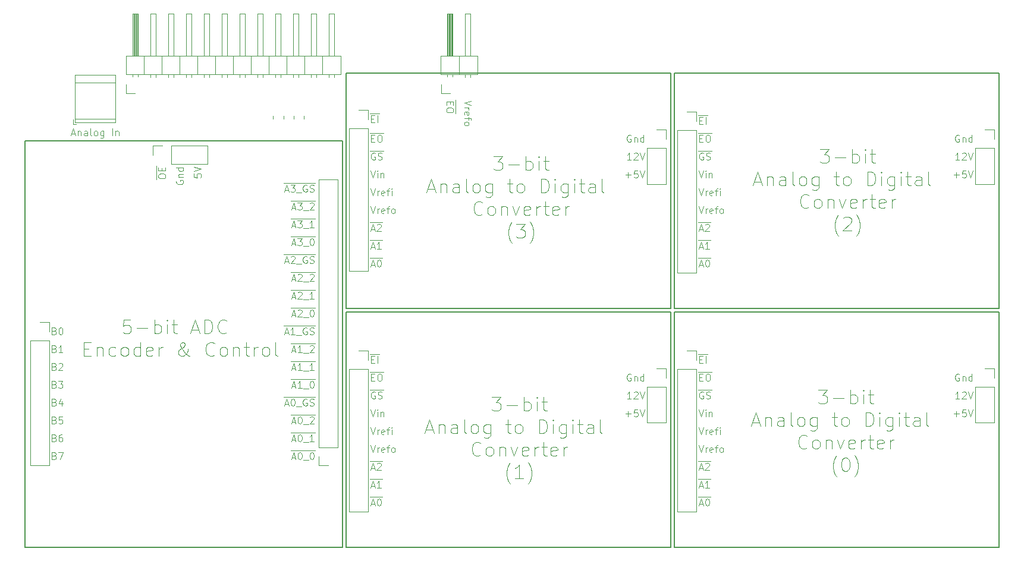
<source format=gbr>
%TF.GenerationSoftware,KiCad,Pcbnew,(6.0.0-0)*%
%TF.CreationDate,2022-05-04T11:48:17-04:00*%
%TF.ProjectId,ADC-Backplane,4144432d-4261-4636-9b70-6c616e652e6b,rev?*%
%TF.SameCoordinates,Original*%
%TF.FileFunction,Legend,Top*%
%TF.FilePolarity,Positive*%
%FSLAX46Y46*%
G04 Gerber Fmt 4.6, Leading zero omitted, Abs format (unit mm)*
G04 Created by KiCad (PCBNEW (6.0.0-0)) date 2022-05-04 11:48:17*
%MOMM*%
%LPD*%
G01*
G04 APERTURE LIST*
%ADD10C,0.150000*%
%ADD11C,0.100000*%
%ADD12C,0.120000*%
G04 APERTURE END LIST*
D10*
X84074000Y-73406000D02*
X129286000Y-73406000D01*
X129286000Y-73406000D02*
X129286000Y-131318000D01*
X129286000Y-131318000D02*
X84074000Y-131318000D01*
X84074000Y-131318000D02*
X84074000Y-73406000D01*
X129794000Y-63754000D02*
X176022000Y-63754000D01*
X176022000Y-63754000D02*
X176022000Y-97282000D01*
X176022000Y-97282000D02*
X129794000Y-97282000D01*
X129794000Y-97282000D02*
X129794000Y-63754000D01*
X176530000Y-97790000D02*
X222758000Y-97790000D01*
X222758000Y-97790000D02*
X222758000Y-131318000D01*
X222758000Y-131318000D02*
X176530000Y-131318000D01*
X176530000Y-131318000D02*
X176530000Y-97790000D01*
X176530000Y-63754000D02*
X222758000Y-63754000D01*
X222758000Y-63754000D02*
X222758000Y-97282000D01*
X222758000Y-97282000D02*
X176530000Y-97282000D01*
X176530000Y-97282000D02*
X176530000Y-63754000D01*
X129794000Y-97790000D02*
X176022000Y-97790000D01*
X176022000Y-97790000D02*
X176022000Y-131318000D01*
X176022000Y-131318000D02*
X129794000Y-131318000D01*
X129794000Y-131318000D02*
X129794000Y-97790000D01*
D11*
X147613619Y-67724238D02*
X146613619Y-68057571D01*
X147613619Y-68390904D01*
X146613619Y-68724238D02*
X147280285Y-68724238D01*
X147089809Y-68724238D02*
X147185047Y-68771857D01*
X147232666Y-68819476D01*
X147280285Y-68914714D01*
X147280285Y-69009952D01*
X146661238Y-69724238D02*
X146613619Y-69629000D01*
X146613619Y-69438523D01*
X146661238Y-69343285D01*
X146756476Y-69295666D01*
X147137428Y-69295666D01*
X147232666Y-69343285D01*
X147280285Y-69438523D01*
X147280285Y-69629000D01*
X147232666Y-69724238D01*
X147137428Y-69771857D01*
X147042190Y-69771857D01*
X146946952Y-69295666D01*
X147280285Y-70057571D02*
X147280285Y-70438523D01*
X146613619Y-70200428D02*
X147470761Y-70200428D01*
X147566000Y-70248047D01*
X147613619Y-70343285D01*
X147613619Y-70438523D01*
X146613619Y-70914714D02*
X146661238Y-70819476D01*
X146708857Y-70771857D01*
X146804095Y-70724238D01*
X147089809Y-70724238D01*
X147185047Y-70771857D01*
X147232666Y-70819476D01*
X147280285Y-70914714D01*
X147280285Y-71057571D01*
X147232666Y-71152809D01*
X147185047Y-71200428D01*
X147089809Y-71248047D01*
X146804095Y-71248047D01*
X146708857Y-71200428D01*
X146661238Y-71152809D01*
X146613619Y-71057571D01*
X146613619Y-70914714D01*
X88266428Y-110672571D02*
X88409285Y-110720190D01*
X88456904Y-110767809D01*
X88504523Y-110863047D01*
X88504523Y-111005904D01*
X88456904Y-111101142D01*
X88409285Y-111148761D01*
X88314047Y-111196380D01*
X87933095Y-111196380D01*
X87933095Y-110196380D01*
X88266428Y-110196380D01*
X88361666Y-110244000D01*
X88409285Y-110291619D01*
X88456904Y-110386857D01*
X88456904Y-110482095D01*
X88409285Y-110577333D01*
X88361666Y-110624952D01*
X88266428Y-110672571D01*
X87933095Y-110672571D01*
X89361666Y-110529714D02*
X89361666Y-111196380D01*
X89123571Y-110148761D02*
X88885476Y-110863047D01*
X89504523Y-110863047D01*
X197310857Y-74592761D02*
X198548952Y-74592761D01*
X197882285Y-75354666D01*
X198168000Y-75354666D01*
X198358476Y-75449904D01*
X198453714Y-75545142D01*
X198548952Y-75735619D01*
X198548952Y-76211809D01*
X198453714Y-76402285D01*
X198358476Y-76497523D01*
X198168000Y-76592761D01*
X197596571Y-76592761D01*
X197406095Y-76497523D01*
X197310857Y-76402285D01*
X199406095Y-75830857D02*
X200929904Y-75830857D01*
X201882285Y-76592761D02*
X201882285Y-74592761D01*
X201882285Y-75354666D02*
X202072761Y-75259428D01*
X202453714Y-75259428D01*
X202644190Y-75354666D01*
X202739428Y-75449904D01*
X202834666Y-75640380D01*
X202834666Y-76211809D01*
X202739428Y-76402285D01*
X202644190Y-76497523D01*
X202453714Y-76592761D01*
X202072761Y-76592761D01*
X201882285Y-76497523D01*
X203691809Y-76592761D02*
X203691809Y-75259428D01*
X203691809Y-74592761D02*
X203596571Y-74688000D01*
X203691809Y-74783238D01*
X203787047Y-74688000D01*
X203691809Y-74592761D01*
X203691809Y-74783238D01*
X204358476Y-75259428D02*
X205120380Y-75259428D01*
X204644190Y-74592761D02*
X204644190Y-76307047D01*
X204739428Y-76497523D01*
X204929904Y-76592761D01*
X205120380Y-76592761D01*
X187929904Y-79241333D02*
X188882285Y-79241333D01*
X187739428Y-79812761D02*
X188406095Y-77812761D01*
X189072761Y-79812761D01*
X189739428Y-78479428D02*
X189739428Y-79812761D01*
X189739428Y-78669904D02*
X189834666Y-78574666D01*
X190025142Y-78479428D01*
X190310857Y-78479428D01*
X190501333Y-78574666D01*
X190596571Y-78765142D01*
X190596571Y-79812761D01*
X192406095Y-79812761D02*
X192406095Y-78765142D01*
X192310857Y-78574666D01*
X192120380Y-78479428D01*
X191739428Y-78479428D01*
X191548952Y-78574666D01*
X192406095Y-79717523D02*
X192215619Y-79812761D01*
X191739428Y-79812761D01*
X191548952Y-79717523D01*
X191453714Y-79527047D01*
X191453714Y-79336571D01*
X191548952Y-79146095D01*
X191739428Y-79050857D01*
X192215619Y-79050857D01*
X192406095Y-78955619D01*
X193644190Y-79812761D02*
X193453714Y-79717523D01*
X193358476Y-79527047D01*
X193358476Y-77812761D01*
X194691809Y-79812761D02*
X194501333Y-79717523D01*
X194406095Y-79622285D01*
X194310857Y-79431809D01*
X194310857Y-78860380D01*
X194406095Y-78669904D01*
X194501333Y-78574666D01*
X194691809Y-78479428D01*
X194977523Y-78479428D01*
X195168000Y-78574666D01*
X195263238Y-78669904D01*
X195358476Y-78860380D01*
X195358476Y-79431809D01*
X195263238Y-79622285D01*
X195168000Y-79717523D01*
X194977523Y-79812761D01*
X194691809Y-79812761D01*
X197072761Y-78479428D02*
X197072761Y-80098476D01*
X196977523Y-80288952D01*
X196882285Y-80384190D01*
X196691809Y-80479428D01*
X196406095Y-80479428D01*
X196215619Y-80384190D01*
X197072761Y-79717523D02*
X196882285Y-79812761D01*
X196501333Y-79812761D01*
X196310857Y-79717523D01*
X196215619Y-79622285D01*
X196120380Y-79431809D01*
X196120380Y-78860380D01*
X196215619Y-78669904D01*
X196310857Y-78574666D01*
X196501333Y-78479428D01*
X196882285Y-78479428D01*
X197072761Y-78574666D01*
X199263238Y-78479428D02*
X200025142Y-78479428D01*
X199548952Y-77812761D02*
X199548952Y-79527047D01*
X199644190Y-79717523D01*
X199834666Y-79812761D01*
X200025142Y-79812761D01*
X200977523Y-79812761D02*
X200787047Y-79717523D01*
X200691809Y-79622285D01*
X200596571Y-79431809D01*
X200596571Y-78860380D01*
X200691809Y-78669904D01*
X200787047Y-78574666D01*
X200977523Y-78479428D01*
X201263238Y-78479428D01*
X201453714Y-78574666D01*
X201548952Y-78669904D01*
X201644190Y-78860380D01*
X201644190Y-79431809D01*
X201548952Y-79622285D01*
X201453714Y-79717523D01*
X201263238Y-79812761D01*
X200977523Y-79812761D01*
X204025142Y-79812761D02*
X204025142Y-77812761D01*
X204501333Y-77812761D01*
X204787047Y-77908000D01*
X204977523Y-78098476D01*
X205072761Y-78288952D01*
X205168000Y-78669904D01*
X205168000Y-78955619D01*
X205072761Y-79336571D01*
X204977523Y-79527047D01*
X204787047Y-79717523D01*
X204501333Y-79812761D01*
X204025142Y-79812761D01*
X206025142Y-79812761D02*
X206025142Y-78479428D01*
X206025142Y-77812761D02*
X205929904Y-77908000D01*
X206025142Y-78003238D01*
X206120380Y-77908000D01*
X206025142Y-77812761D01*
X206025142Y-78003238D01*
X207834666Y-78479428D02*
X207834666Y-80098476D01*
X207739428Y-80288952D01*
X207644190Y-80384190D01*
X207453714Y-80479428D01*
X207168000Y-80479428D01*
X206977523Y-80384190D01*
X207834666Y-79717523D02*
X207644190Y-79812761D01*
X207263238Y-79812761D01*
X207072761Y-79717523D01*
X206977523Y-79622285D01*
X206882285Y-79431809D01*
X206882285Y-78860380D01*
X206977523Y-78669904D01*
X207072761Y-78574666D01*
X207263238Y-78479428D01*
X207644190Y-78479428D01*
X207834666Y-78574666D01*
X208787047Y-79812761D02*
X208787047Y-78479428D01*
X208787047Y-77812761D02*
X208691809Y-77908000D01*
X208787047Y-78003238D01*
X208882285Y-77908000D01*
X208787047Y-77812761D01*
X208787047Y-78003238D01*
X209453714Y-78479428D02*
X210215619Y-78479428D01*
X209739428Y-77812761D02*
X209739428Y-79527047D01*
X209834666Y-79717523D01*
X210025142Y-79812761D01*
X210215619Y-79812761D01*
X211739428Y-79812761D02*
X211739428Y-78765142D01*
X211644190Y-78574666D01*
X211453714Y-78479428D01*
X211072761Y-78479428D01*
X210882285Y-78574666D01*
X211739428Y-79717523D02*
X211548952Y-79812761D01*
X211072761Y-79812761D01*
X210882285Y-79717523D01*
X210787047Y-79527047D01*
X210787047Y-79336571D01*
X210882285Y-79146095D01*
X211072761Y-79050857D01*
X211548952Y-79050857D01*
X211739428Y-78955619D01*
X212977523Y-79812761D02*
X212787047Y-79717523D01*
X212691809Y-79527047D01*
X212691809Y-77812761D01*
X195691809Y-82842285D02*
X195596571Y-82937523D01*
X195310857Y-83032761D01*
X195120380Y-83032761D01*
X194834666Y-82937523D01*
X194644190Y-82747047D01*
X194548952Y-82556571D01*
X194453714Y-82175619D01*
X194453714Y-81889904D01*
X194548952Y-81508952D01*
X194644190Y-81318476D01*
X194834666Y-81128000D01*
X195120380Y-81032761D01*
X195310857Y-81032761D01*
X195596571Y-81128000D01*
X195691809Y-81223238D01*
X196834666Y-83032761D02*
X196644190Y-82937523D01*
X196548952Y-82842285D01*
X196453714Y-82651809D01*
X196453714Y-82080380D01*
X196548952Y-81889904D01*
X196644190Y-81794666D01*
X196834666Y-81699428D01*
X197120380Y-81699428D01*
X197310857Y-81794666D01*
X197406095Y-81889904D01*
X197501333Y-82080380D01*
X197501333Y-82651809D01*
X197406095Y-82842285D01*
X197310857Y-82937523D01*
X197120380Y-83032761D01*
X196834666Y-83032761D01*
X198358476Y-81699428D02*
X198358476Y-83032761D01*
X198358476Y-81889904D02*
X198453714Y-81794666D01*
X198644190Y-81699428D01*
X198929904Y-81699428D01*
X199120380Y-81794666D01*
X199215619Y-81985142D01*
X199215619Y-83032761D01*
X199977523Y-81699428D02*
X200453714Y-83032761D01*
X200929904Y-81699428D01*
X202453714Y-82937523D02*
X202263238Y-83032761D01*
X201882285Y-83032761D01*
X201691809Y-82937523D01*
X201596571Y-82747047D01*
X201596571Y-81985142D01*
X201691809Y-81794666D01*
X201882285Y-81699428D01*
X202263238Y-81699428D01*
X202453714Y-81794666D01*
X202548952Y-81985142D01*
X202548952Y-82175619D01*
X201596571Y-82366095D01*
X203406095Y-83032761D02*
X203406095Y-81699428D01*
X203406095Y-82080380D02*
X203501333Y-81889904D01*
X203596571Y-81794666D01*
X203787047Y-81699428D01*
X203977523Y-81699428D01*
X204358476Y-81699428D02*
X205120380Y-81699428D01*
X204644190Y-81032761D02*
X204644190Y-82747047D01*
X204739428Y-82937523D01*
X204929904Y-83032761D01*
X205120380Y-83032761D01*
X206548952Y-82937523D02*
X206358476Y-83032761D01*
X205977523Y-83032761D01*
X205787047Y-82937523D01*
X205691809Y-82747047D01*
X205691809Y-81985142D01*
X205787047Y-81794666D01*
X205977523Y-81699428D01*
X206358476Y-81699428D01*
X206548952Y-81794666D01*
X206644190Y-81985142D01*
X206644190Y-82175619D01*
X205691809Y-82366095D01*
X207501333Y-83032761D02*
X207501333Y-81699428D01*
X207501333Y-82080380D02*
X207596571Y-81889904D01*
X207691809Y-81794666D01*
X207882285Y-81699428D01*
X208072761Y-81699428D01*
X199929904Y-87014666D02*
X199834666Y-86919428D01*
X199644190Y-86633714D01*
X199548952Y-86443238D01*
X199453714Y-86157523D01*
X199358476Y-85681333D01*
X199358476Y-85300380D01*
X199453714Y-84824190D01*
X199548952Y-84538476D01*
X199644190Y-84348000D01*
X199834666Y-84062285D01*
X199929904Y-83967047D01*
X200596571Y-84443238D02*
X200691809Y-84348000D01*
X200882285Y-84252761D01*
X201358476Y-84252761D01*
X201548952Y-84348000D01*
X201644190Y-84443238D01*
X201739428Y-84633714D01*
X201739428Y-84824190D01*
X201644190Y-85109904D01*
X200501333Y-86252761D01*
X201739428Y-86252761D01*
X202406095Y-87014666D02*
X202501333Y-86919428D01*
X202691809Y-86633714D01*
X202787047Y-86443238D01*
X202882285Y-86157523D01*
X202977523Y-85681333D01*
X202977523Y-85300380D01*
X202882285Y-84824190D01*
X202787047Y-84538476D01*
X202691809Y-84348000D01*
X202501333Y-84062285D01*
X202406095Y-83967047D01*
X179992238Y-114260380D02*
X180325571Y-115260380D01*
X180658904Y-114260380D01*
X180992238Y-115260380D02*
X180992238Y-114593714D01*
X180992238Y-114784190D02*
X181039857Y-114688952D01*
X181087476Y-114641333D01*
X181182714Y-114593714D01*
X181277952Y-114593714D01*
X181992238Y-115212761D02*
X181897000Y-115260380D01*
X181706523Y-115260380D01*
X181611285Y-115212761D01*
X181563666Y-115117523D01*
X181563666Y-114736571D01*
X181611285Y-114641333D01*
X181706523Y-114593714D01*
X181897000Y-114593714D01*
X181992238Y-114641333D01*
X182039857Y-114736571D01*
X182039857Y-114831809D01*
X181563666Y-114927047D01*
X182325571Y-114593714D02*
X182706523Y-114593714D01*
X182468428Y-115260380D02*
X182468428Y-114403238D01*
X182516047Y-114308000D01*
X182611285Y-114260380D01*
X182706523Y-114260380D01*
X183039857Y-115260380D02*
X183039857Y-114593714D01*
X183039857Y-114260380D02*
X182992238Y-114308000D01*
X183039857Y-114355619D01*
X183087476Y-114308000D01*
X183039857Y-114260380D01*
X183039857Y-114355619D01*
X179992238Y-111720380D02*
X180325571Y-112720380D01*
X180658904Y-111720380D01*
X180992238Y-112720380D02*
X180992238Y-112053714D01*
X180992238Y-111720380D02*
X180944619Y-111768000D01*
X180992238Y-111815619D01*
X181039857Y-111768000D01*
X180992238Y-111720380D01*
X180992238Y-111815619D01*
X181468428Y-112053714D02*
X181468428Y-112720380D01*
X181468428Y-112148952D02*
X181516047Y-112101333D01*
X181611285Y-112053714D01*
X181754142Y-112053714D01*
X181849380Y-112101333D01*
X181897000Y-112196571D01*
X181897000Y-112720380D01*
X179897000Y-121598000D02*
X180754142Y-121598000D01*
X180087476Y-122594666D02*
X180563666Y-122594666D01*
X179992238Y-122880380D02*
X180325571Y-121880380D01*
X180658904Y-122880380D01*
X180754142Y-121598000D02*
X181706523Y-121598000D01*
X181516047Y-122880380D02*
X180944619Y-122880380D01*
X181230333Y-122880380D02*
X181230333Y-121880380D01*
X181135095Y-122023238D01*
X181039857Y-122118476D01*
X180944619Y-122166095D01*
X217137000Y-76144380D02*
X216565571Y-76144380D01*
X216851285Y-76144380D02*
X216851285Y-75144380D01*
X216756047Y-75287238D01*
X216660809Y-75382476D01*
X216565571Y-75430095D01*
X217517952Y-75239619D02*
X217565571Y-75192000D01*
X217660809Y-75144380D01*
X217898904Y-75144380D01*
X217994142Y-75192000D01*
X218041761Y-75239619D01*
X218089380Y-75334857D01*
X218089380Y-75430095D01*
X218041761Y-75572952D01*
X217470333Y-76144380D01*
X218089380Y-76144380D01*
X218375095Y-75144380D02*
X218708428Y-76144380D01*
X219041761Y-75144380D01*
X169591476Y-112339428D02*
X170353380Y-112339428D01*
X169972428Y-112720380D02*
X169972428Y-111958476D01*
X171305761Y-111720380D02*
X170829571Y-111720380D01*
X170781952Y-112196571D01*
X170829571Y-112148952D01*
X170924809Y-112101333D01*
X171162904Y-112101333D01*
X171258142Y-112148952D01*
X171305761Y-112196571D01*
X171353380Y-112291809D01*
X171353380Y-112529904D01*
X171305761Y-112625142D01*
X171258142Y-112672761D01*
X171162904Y-112720380D01*
X170924809Y-112720380D01*
X170829571Y-112672761D01*
X170781952Y-112625142D01*
X171639095Y-111720380D02*
X171972428Y-112720380D01*
X172305761Y-111720380D01*
X133161000Y-106358000D02*
X134065761Y-106358000D01*
X133399095Y-107116571D02*
X133732428Y-107116571D01*
X133875285Y-107640380D02*
X133399095Y-107640380D01*
X133399095Y-106640380D01*
X133875285Y-106640380D01*
X134065761Y-106358000D02*
X135113380Y-106358000D01*
X134494333Y-106640380D02*
X134684809Y-106640380D01*
X134780047Y-106688000D01*
X134875285Y-106783238D01*
X134922904Y-106973714D01*
X134922904Y-107307047D01*
X134875285Y-107497523D01*
X134780047Y-107592761D01*
X134684809Y-107640380D01*
X134494333Y-107640380D01*
X134399095Y-107592761D01*
X134303857Y-107497523D01*
X134256238Y-107307047D01*
X134256238Y-106973714D01*
X134303857Y-106783238D01*
X134399095Y-106688000D01*
X134494333Y-106640380D01*
X179897000Y-87562000D02*
X180754142Y-87562000D01*
X180087476Y-88558666D02*
X180563666Y-88558666D01*
X179992238Y-88844380D02*
X180325571Y-87844380D01*
X180658904Y-88844380D01*
X180754142Y-87562000D02*
X181706523Y-87562000D01*
X181516047Y-88844380D02*
X180944619Y-88844380D01*
X181230333Y-88844380D02*
X181230333Y-87844380D01*
X181135095Y-87987238D01*
X181039857Y-88082476D01*
X180944619Y-88130095D01*
X170353380Y-106688000D02*
X170258142Y-106640380D01*
X170115285Y-106640380D01*
X169972428Y-106688000D01*
X169877190Y-106783238D01*
X169829571Y-106878476D01*
X169781952Y-107068952D01*
X169781952Y-107211809D01*
X169829571Y-107402285D01*
X169877190Y-107497523D01*
X169972428Y-107592761D01*
X170115285Y-107640380D01*
X170210523Y-107640380D01*
X170353380Y-107592761D01*
X170401000Y-107545142D01*
X170401000Y-107211809D01*
X170210523Y-107211809D01*
X170829571Y-106973714D02*
X170829571Y-107640380D01*
X170829571Y-107068952D02*
X170877190Y-107021333D01*
X170972428Y-106973714D01*
X171115285Y-106973714D01*
X171210523Y-107021333D01*
X171258142Y-107116571D01*
X171258142Y-107640380D01*
X172162904Y-107640380D02*
X172162904Y-106640380D01*
X172162904Y-107592761D02*
X172067666Y-107640380D01*
X171877190Y-107640380D01*
X171781952Y-107592761D01*
X171734333Y-107545142D01*
X171686714Y-107449904D01*
X171686714Y-107164190D01*
X171734333Y-107068952D01*
X171781952Y-107021333D01*
X171877190Y-106973714D01*
X172067666Y-106973714D01*
X172162904Y-107021333D01*
X121887190Y-102294000D02*
X122744333Y-102294000D01*
X122077666Y-103290666D02*
X122553857Y-103290666D01*
X121982428Y-103576380D02*
X122315761Y-102576380D01*
X122649095Y-103576380D01*
X122744333Y-102294000D02*
X123696714Y-102294000D01*
X123506238Y-103576380D02*
X122934809Y-103576380D01*
X123220523Y-103576380D02*
X123220523Y-102576380D01*
X123125285Y-102719238D01*
X123030047Y-102814476D01*
X122934809Y-102862095D01*
X123696714Y-102294000D02*
X124458619Y-102294000D01*
X123696714Y-103671619D02*
X124458619Y-103671619D01*
X124458619Y-102294000D02*
X125411000Y-102294000D01*
X124649095Y-102671619D02*
X124696714Y-102624000D01*
X124791952Y-102576380D01*
X125030047Y-102576380D01*
X125125285Y-102624000D01*
X125172904Y-102671619D01*
X125220523Y-102766857D01*
X125220523Y-102862095D01*
X125172904Y-103004952D01*
X124601476Y-103576380D01*
X125220523Y-103576380D01*
X169591476Y-78303428D02*
X170353380Y-78303428D01*
X169972428Y-78684380D02*
X169972428Y-77922476D01*
X171305761Y-77684380D02*
X170829571Y-77684380D01*
X170781952Y-78160571D01*
X170829571Y-78112952D01*
X170924809Y-78065333D01*
X171162904Y-78065333D01*
X171258142Y-78112952D01*
X171305761Y-78160571D01*
X171353380Y-78255809D01*
X171353380Y-78493904D01*
X171305761Y-78589142D01*
X171258142Y-78636761D01*
X171162904Y-78684380D01*
X170924809Y-78684380D01*
X170829571Y-78636761D01*
X170781952Y-78589142D01*
X171639095Y-77684380D02*
X171972428Y-78684380D01*
X172305761Y-77684380D01*
X133161000Y-90102000D02*
X134018142Y-90102000D01*
X133351476Y-91098666D02*
X133827666Y-91098666D01*
X133256238Y-91384380D02*
X133589571Y-90384380D01*
X133922904Y-91384380D01*
X134018142Y-90102000D02*
X134970523Y-90102000D01*
X134446714Y-90384380D02*
X134541952Y-90384380D01*
X134637190Y-90432000D01*
X134684809Y-90479619D01*
X134732428Y-90574857D01*
X134780047Y-90765333D01*
X134780047Y-91003428D01*
X134732428Y-91193904D01*
X134684809Y-91289142D01*
X134637190Y-91336761D01*
X134541952Y-91384380D01*
X134446714Y-91384380D01*
X134351476Y-91336761D01*
X134303857Y-91289142D01*
X134256238Y-91193904D01*
X134208619Y-91003428D01*
X134208619Y-90765333D01*
X134256238Y-90574857D01*
X134303857Y-90479619D01*
X134351476Y-90432000D01*
X134446714Y-90384380D01*
X179897000Y-69782000D02*
X180801761Y-69782000D01*
X180135095Y-70540571D02*
X180468428Y-70540571D01*
X180611285Y-71064380D02*
X180135095Y-71064380D01*
X180135095Y-70064380D01*
X180611285Y-70064380D01*
X180801761Y-69782000D02*
X181277952Y-69782000D01*
X181039857Y-71064380D02*
X181039857Y-70064380D01*
X99076761Y-98894761D02*
X98124380Y-98894761D01*
X98029142Y-99847142D01*
X98124380Y-99751904D01*
X98314857Y-99656666D01*
X98791047Y-99656666D01*
X98981523Y-99751904D01*
X99076761Y-99847142D01*
X99172000Y-100037619D01*
X99172000Y-100513809D01*
X99076761Y-100704285D01*
X98981523Y-100799523D01*
X98791047Y-100894761D01*
X98314857Y-100894761D01*
X98124380Y-100799523D01*
X98029142Y-100704285D01*
X100029142Y-100132857D02*
X101552952Y-100132857D01*
X102505333Y-100894761D02*
X102505333Y-98894761D01*
X102505333Y-99656666D02*
X102695809Y-99561428D01*
X103076761Y-99561428D01*
X103267238Y-99656666D01*
X103362476Y-99751904D01*
X103457714Y-99942380D01*
X103457714Y-100513809D01*
X103362476Y-100704285D01*
X103267238Y-100799523D01*
X103076761Y-100894761D01*
X102695809Y-100894761D01*
X102505333Y-100799523D01*
X104314857Y-100894761D02*
X104314857Y-99561428D01*
X104314857Y-98894761D02*
X104219619Y-98990000D01*
X104314857Y-99085238D01*
X104410095Y-98990000D01*
X104314857Y-98894761D01*
X104314857Y-99085238D01*
X104981523Y-99561428D02*
X105743428Y-99561428D01*
X105267238Y-98894761D02*
X105267238Y-100609047D01*
X105362476Y-100799523D01*
X105552952Y-100894761D01*
X105743428Y-100894761D01*
X107838666Y-100323333D02*
X108791047Y-100323333D01*
X107648190Y-100894761D02*
X108314857Y-98894761D01*
X108981523Y-100894761D01*
X109648190Y-100894761D02*
X109648190Y-98894761D01*
X110124380Y-98894761D01*
X110410095Y-98990000D01*
X110600571Y-99180476D01*
X110695809Y-99370952D01*
X110791047Y-99751904D01*
X110791047Y-100037619D01*
X110695809Y-100418571D01*
X110600571Y-100609047D01*
X110410095Y-100799523D01*
X110124380Y-100894761D01*
X109648190Y-100894761D01*
X112791047Y-100704285D02*
X112695809Y-100799523D01*
X112410095Y-100894761D01*
X112219619Y-100894761D01*
X111933904Y-100799523D01*
X111743428Y-100609047D01*
X111648190Y-100418571D01*
X111552952Y-100037619D01*
X111552952Y-99751904D01*
X111648190Y-99370952D01*
X111743428Y-99180476D01*
X111933904Y-98990000D01*
X112219619Y-98894761D01*
X112410095Y-98894761D01*
X112695809Y-98990000D01*
X112791047Y-99085238D01*
X92505333Y-103067142D02*
X93172000Y-103067142D01*
X93457714Y-104114761D02*
X92505333Y-104114761D01*
X92505333Y-102114761D01*
X93457714Y-102114761D01*
X94314857Y-102781428D02*
X94314857Y-104114761D01*
X94314857Y-102971904D02*
X94410095Y-102876666D01*
X94600571Y-102781428D01*
X94886285Y-102781428D01*
X95076761Y-102876666D01*
X95172000Y-103067142D01*
X95172000Y-104114761D01*
X96981523Y-104019523D02*
X96791047Y-104114761D01*
X96410095Y-104114761D01*
X96219619Y-104019523D01*
X96124380Y-103924285D01*
X96029142Y-103733809D01*
X96029142Y-103162380D01*
X96124380Y-102971904D01*
X96219619Y-102876666D01*
X96410095Y-102781428D01*
X96791047Y-102781428D01*
X96981523Y-102876666D01*
X98124380Y-104114761D02*
X97933904Y-104019523D01*
X97838666Y-103924285D01*
X97743428Y-103733809D01*
X97743428Y-103162380D01*
X97838666Y-102971904D01*
X97933904Y-102876666D01*
X98124380Y-102781428D01*
X98410095Y-102781428D01*
X98600571Y-102876666D01*
X98695809Y-102971904D01*
X98791047Y-103162380D01*
X98791047Y-103733809D01*
X98695809Y-103924285D01*
X98600571Y-104019523D01*
X98410095Y-104114761D01*
X98124380Y-104114761D01*
X100505333Y-104114761D02*
X100505333Y-102114761D01*
X100505333Y-104019523D02*
X100314857Y-104114761D01*
X99933904Y-104114761D01*
X99743428Y-104019523D01*
X99648190Y-103924285D01*
X99552952Y-103733809D01*
X99552952Y-103162380D01*
X99648190Y-102971904D01*
X99743428Y-102876666D01*
X99933904Y-102781428D01*
X100314857Y-102781428D01*
X100505333Y-102876666D01*
X102219619Y-104019523D02*
X102029142Y-104114761D01*
X101648190Y-104114761D01*
X101457714Y-104019523D01*
X101362476Y-103829047D01*
X101362476Y-103067142D01*
X101457714Y-102876666D01*
X101648190Y-102781428D01*
X102029142Y-102781428D01*
X102219619Y-102876666D01*
X102314857Y-103067142D01*
X102314857Y-103257619D01*
X101362476Y-103448095D01*
X103172000Y-104114761D02*
X103172000Y-102781428D01*
X103172000Y-103162380D02*
X103267238Y-102971904D01*
X103362476Y-102876666D01*
X103552952Y-102781428D01*
X103743428Y-102781428D01*
X107552952Y-104114761D02*
X107457714Y-104114761D01*
X107267238Y-104019523D01*
X106981523Y-103733809D01*
X106505333Y-103162380D01*
X106314857Y-102876666D01*
X106219619Y-102590952D01*
X106219619Y-102400476D01*
X106314857Y-102210000D01*
X106505333Y-102114761D01*
X106600571Y-102114761D01*
X106791047Y-102210000D01*
X106886285Y-102400476D01*
X106886285Y-102495714D01*
X106791047Y-102686190D01*
X106695809Y-102781428D01*
X106124380Y-103162380D01*
X106029142Y-103257619D01*
X105933904Y-103448095D01*
X105933904Y-103733809D01*
X106029142Y-103924285D01*
X106124380Y-104019523D01*
X106314857Y-104114761D01*
X106600571Y-104114761D01*
X106791047Y-104019523D01*
X106886285Y-103924285D01*
X107172000Y-103543333D01*
X107267238Y-103257619D01*
X107267238Y-103067142D01*
X111076761Y-103924285D02*
X110981523Y-104019523D01*
X110695809Y-104114761D01*
X110505333Y-104114761D01*
X110219619Y-104019523D01*
X110029142Y-103829047D01*
X109933904Y-103638571D01*
X109838666Y-103257619D01*
X109838666Y-102971904D01*
X109933904Y-102590952D01*
X110029142Y-102400476D01*
X110219619Y-102210000D01*
X110505333Y-102114761D01*
X110695809Y-102114761D01*
X110981523Y-102210000D01*
X111076761Y-102305238D01*
X112219619Y-104114761D02*
X112029142Y-104019523D01*
X111933904Y-103924285D01*
X111838666Y-103733809D01*
X111838666Y-103162380D01*
X111933904Y-102971904D01*
X112029142Y-102876666D01*
X112219619Y-102781428D01*
X112505333Y-102781428D01*
X112695809Y-102876666D01*
X112791047Y-102971904D01*
X112886285Y-103162380D01*
X112886285Y-103733809D01*
X112791047Y-103924285D01*
X112695809Y-104019523D01*
X112505333Y-104114761D01*
X112219619Y-104114761D01*
X113743428Y-102781428D02*
X113743428Y-104114761D01*
X113743428Y-102971904D02*
X113838666Y-102876666D01*
X114029142Y-102781428D01*
X114314857Y-102781428D01*
X114505333Y-102876666D01*
X114600571Y-103067142D01*
X114600571Y-104114761D01*
X115267238Y-102781428D02*
X116029142Y-102781428D01*
X115552952Y-102114761D02*
X115552952Y-103829047D01*
X115648190Y-104019523D01*
X115838666Y-104114761D01*
X116029142Y-104114761D01*
X116695809Y-104114761D02*
X116695809Y-102781428D01*
X116695809Y-103162380D02*
X116791047Y-102971904D01*
X116886285Y-102876666D01*
X117076761Y-102781428D01*
X117267238Y-102781428D01*
X118219619Y-104114761D02*
X118029142Y-104019523D01*
X117933904Y-103924285D01*
X117838666Y-103733809D01*
X117838666Y-103162380D01*
X117933904Y-102971904D01*
X118029142Y-102876666D01*
X118219619Y-102781428D01*
X118505333Y-102781428D01*
X118695809Y-102876666D01*
X118791047Y-102971904D01*
X118886285Y-103162380D01*
X118886285Y-103733809D01*
X118791047Y-103924285D01*
X118695809Y-104019523D01*
X118505333Y-104114761D01*
X118219619Y-104114761D01*
X120029142Y-104114761D02*
X119838666Y-104019523D01*
X119743428Y-103829047D01*
X119743428Y-102114761D01*
X105672000Y-79074619D02*
X105624380Y-79169857D01*
X105624380Y-79312714D01*
X105672000Y-79455571D01*
X105767238Y-79550809D01*
X105862476Y-79598428D01*
X106052952Y-79646047D01*
X106195809Y-79646047D01*
X106386285Y-79598428D01*
X106481523Y-79550809D01*
X106576761Y-79455571D01*
X106624380Y-79312714D01*
X106624380Y-79217476D01*
X106576761Y-79074619D01*
X106529142Y-79027000D01*
X106195809Y-79027000D01*
X106195809Y-79217476D01*
X105957714Y-78598428D02*
X106624380Y-78598428D01*
X106052952Y-78598428D02*
X106005333Y-78550809D01*
X105957714Y-78455571D01*
X105957714Y-78312714D01*
X106005333Y-78217476D01*
X106100571Y-78169857D01*
X106624380Y-78169857D01*
X106624380Y-77265095D02*
X105624380Y-77265095D01*
X106576761Y-77265095D02*
X106624380Y-77360333D01*
X106624380Y-77550809D01*
X106576761Y-77646047D01*
X106529142Y-77693666D01*
X106433904Y-77741285D01*
X106148190Y-77741285D01*
X106052952Y-77693666D01*
X106005333Y-77646047D01*
X105957714Y-77550809D01*
X105957714Y-77360333D01*
X106005333Y-77265095D01*
X179897000Y-106358000D02*
X180801761Y-106358000D01*
X180135095Y-107116571D02*
X180468428Y-107116571D01*
X180611285Y-107640380D02*
X180135095Y-107640380D01*
X180135095Y-106640380D01*
X180611285Y-106640380D01*
X180801761Y-106358000D02*
X181849380Y-106358000D01*
X181230333Y-106640380D02*
X181420809Y-106640380D01*
X181516047Y-106688000D01*
X181611285Y-106783238D01*
X181658904Y-106973714D01*
X181658904Y-107307047D01*
X181611285Y-107497523D01*
X181516047Y-107592761D01*
X181420809Y-107640380D01*
X181230333Y-107640380D01*
X181135095Y-107592761D01*
X181039857Y-107497523D01*
X180992238Y-107307047D01*
X180992238Y-106973714D01*
X181039857Y-106783238D01*
X181135095Y-106688000D01*
X181230333Y-106640380D01*
X179897000Y-108898000D02*
X180897000Y-108898000D01*
X180658904Y-109228000D02*
X180563666Y-109180380D01*
X180420809Y-109180380D01*
X180277952Y-109228000D01*
X180182714Y-109323238D01*
X180135095Y-109418476D01*
X180087476Y-109608952D01*
X180087476Y-109751809D01*
X180135095Y-109942285D01*
X180182714Y-110037523D01*
X180277952Y-110132761D01*
X180420809Y-110180380D01*
X180516047Y-110180380D01*
X180658904Y-110132761D01*
X180706523Y-110085142D01*
X180706523Y-109751809D01*
X180516047Y-109751809D01*
X180897000Y-108898000D02*
X181849380Y-108898000D01*
X181087476Y-110132761D02*
X181230333Y-110180380D01*
X181468428Y-110180380D01*
X181563666Y-110132761D01*
X181611285Y-110085142D01*
X181658904Y-109989904D01*
X181658904Y-109894666D01*
X181611285Y-109799428D01*
X181563666Y-109751809D01*
X181468428Y-109704190D01*
X181277952Y-109656571D01*
X181182714Y-109608952D01*
X181135095Y-109561333D01*
X181087476Y-109466095D01*
X181087476Y-109370857D01*
X181135095Y-109275619D01*
X181182714Y-109228000D01*
X181277952Y-109180380D01*
X181516047Y-109180380D01*
X181658904Y-109228000D01*
X90709047Y-72416666D02*
X91185238Y-72416666D01*
X90613809Y-72702380D02*
X90947142Y-71702380D01*
X91280476Y-72702380D01*
X91613809Y-72035714D02*
X91613809Y-72702380D01*
X91613809Y-72130952D02*
X91661428Y-72083333D01*
X91756666Y-72035714D01*
X91899523Y-72035714D01*
X91994761Y-72083333D01*
X92042380Y-72178571D01*
X92042380Y-72702380D01*
X92947142Y-72702380D02*
X92947142Y-72178571D01*
X92899523Y-72083333D01*
X92804285Y-72035714D01*
X92613809Y-72035714D01*
X92518571Y-72083333D01*
X92947142Y-72654761D02*
X92851904Y-72702380D01*
X92613809Y-72702380D01*
X92518571Y-72654761D01*
X92470952Y-72559523D01*
X92470952Y-72464285D01*
X92518571Y-72369047D01*
X92613809Y-72321428D01*
X92851904Y-72321428D01*
X92947142Y-72273809D01*
X93566190Y-72702380D02*
X93470952Y-72654761D01*
X93423333Y-72559523D01*
X93423333Y-71702380D01*
X94090000Y-72702380D02*
X93994761Y-72654761D01*
X93947142Y-72607142D01*
X93899523Y-72511904D01*
X93899523Y-72226190D01*
X93947142Y-72130952D01*
X93994761Y-72083333D01*
X94090000Y-72035714D01*
X94232857Y-72035714D01*
X94328095Y-72083333D01*
X94375714Y-72130952D01*
X94423333Y-72226190D01*
X94423333Y-72511904D01*
X94375714Y-72607142D01*
X94328095Y-72654761D01*
X94232857Y-72702380D01*
X94090000Y-72702380D01*
X95280476Y-72035714D02*
X95280476Y-72845238D01*
X95232857Y-72940476D01*
X95185238Y-72988095D01*
X95090000Y-73035714D01*
X94947142Y-73035714D01*
X94851904Y-72988095D01*
X95280476Y-72654761D02*
X95185238Y-72702380D01*
X94994761Y-72702380D01*
X94899523Y-72654761D01*
X94851904Y-72607142D01*
X94804285Y-72511904D01*
X94804285Y-72226190D01*
X94851904Y-72130952D01*
X94899523Y-72083333D01*
X94994761Y-72035714D01*
X95185238Y-72035714D01*
X95280476Y-72083333D01*
X96518571Y-72702380D02*
X96518571Y-71702380D01*
X96994761Y-72035714D02*
X96994761Y-72702380D01*
X96994761Y-72130952D02*
X97042380Y-72083333D01*
X97137619Y-72035714D01*
X97280476Y-72035714D01*
X97375714Y-72083333D01*
X97423333Y-72178571D01*
X97423333Y-72702380D01*
X216327476Y-78303428D02*
X217089380Y-78303428D01*
X216708428Y-78684380D02*
X216708428Y-77922476D01*
X218041761Y-77684380D02*
X217565571Y-77684380D01*
X217517952Y-78160571D01*
X217565571Y-78112952D01*
X217660809Y-78065333D01*
X217898904Y-78065333D01*
X217994142Y-78112952D01*
X218041761Y-78160571D01*
X218089380Y-78255809D01*
X218089380Y-78493904D01*
X218041761Y-78589142D01*
X217994142Y-78636761D01*
X217898904Y-78684380D01*
X217660809Y-78684380D01*
X217565571Y-78636761D01*
X217517952Y-78589142D01*
X218375095Y-77684380D02*
X218708428Y-78684380D01*
X219041761Y-77684380D01*
X150574857Y-109898761D02*
X151812952Y-109898761D01*
X151146285Y-110660666D01*
X151432000Y-110660666D01*
X151622476Y-110755904D01*
X151717714Y-110851142D01*
X151812952Y-111041619D01*
X151812952Y-111517809D01*
X151717714Y-111708285D01*
X151622476Y-111803523D01*
X151432000Y-111898761D01*
X150860571Y-111898761D01*
X150670095Y-111803523D01*
X150574857Y-111708285D01*
X152670095Y-111136857D02*
X154193904Y-111136857D01*
X155146285Y-111898761D02*
X155146285Y-109898761D01*
X155146285Y-110660666D02*
X155336761Y-110565428D01*
X155717714Y-110565428D01*
X155908190Y-110660666D01*
X156003428Y-110755904D01*
X156098666Y-110946380D01*
X156098666Y-111517809D01*
X156003428Y-111708285D01*
X155908190Y-111803523D01*
X155717714Y-111898761D01*
X155336761Y-111898761D01*
X155146285Y-111803523D01*
X156955809Y-111898761D02*
X156955809Y-110565428D01*
X156955809Y-109898761D02*
X156860571Y-109994000D01*
X156955809Y-110089238D01*
X157051047Y-109994000D01*
X156955809Y-109898761D01*
X156955809Y-110089238D01*
X157622476Y-110565428D02*
X158384380Y-110565428D01*
X157908190Y-109898761D02*
X157908190Y-111613047D01*
X158003428Y-111803523D01*
X158193904Y-111898761D01*
X158384380Y-111898761D01*
X141193904Y-114547333D02*
X142146285Y-114547333D01*
X141003428Y-115118761D02*
X141670095Y-113118761D01*
X142336761Y-115118761D01*
X143003428Y-113785428D02*
X143003428Y-115118761D01*
X143003428Y-113975904D02*
X143098666Y-113880666D01*
X143289142Y-113785428D01*
X143574857Y-113785428D01*
X143765333Y-113880666D01*
X143860571Y-114071142D01*
X143860571Y-115118761D01*
X145670095Y-115118761D02*
X145670095Y-114071142D01*
X145574857Y-113880666D01*
X145384380Y-113785428D01*
X145003428Y-113785428D01*
X144812952Y-113880666D01*
X145670095Y-115023523D02*
X145479619Y-115118761D01*
X145003428Y-115118761D01*
X144812952Y-115023523D01*
X144717714Y-114833047D01*
X144717714Y-114642571D01*
X144812952Y-114452095D01*
X145003428Y-114356857D01*
X145479619Y-114356857D01*
X145670095Y-114261619D01*
X146908190Y-115118761D02*
X146717714Y-115023523D01*
X146622476Y-114833047D01*
X146622476Y-113118761D01*
X147955809Y-115118761D02*
X147765333Y-115023523D01*
X147670095Y-114928285D01*
X147574857Y-114737809D01*
X147574857Y-114166380D01*
X147670095Y-113975904D01*
X147765333Y-113880666D01*
X147955809Y-113785428D01*
X148241523Y-113785428D01*
X148432000Y-113880666D01*
X148527238Y-113975904D01*
X148622476Y-114166380D01*
X148622476Y-114737809D01*
X148527238Y-114928285D01*
X148432000Y-115023523D01*
X148241523Y-115118761D01*
X147955809Y-115118761D01*
X150336761Y-113785428D02*
X150336761Y-115404476D01*
X150241523Y-115594952D01*
X150146285Y-115690190D01*
X149955809Y-115785428D01*
X149670095Y-115785428D01*
X149479619Y-115690190D01*
X150336761Y-115023523D02*
X150146285Y-115118761D01*
X149765333Y-115118761D01*
X149574857Y-115023523D01*
X149479619Y-114928285D01*
X149384380Y-114737809D01*
X149384380Y-114166380D01*
X149479619Y-113975904D01*
X149574857Y-113880666D01*
X149765333Y-113785428D01*
X150146285Y-113785428D01*
X150336761Y-113880666D01*
X152527238Y-113785428D02*
X153289142Y-113785428D01*
X152812952Y-113118761D02*
X152812952Y-114833047D01*
X152908190Y-115023523D01*
X153098666Y-115118761D01*
X153289142Y-115118761D01*
X154241523Y-115118761D02*
X154051047Y-115023523D01*
X153955809Y-114928285D01*
X153860571Y-114737809D01*
X153860571Y-114166380D01*
X153955809Y-113975904D01*
X154051047Y-113880666D01*
X154241523Y-113785428D01*
X154527238Y-113785428D01*
X154717714Y-113880666D01*
X154812952Y-113975904D01*
X154908190Y-114166380D01*
X154908190Y-114737809D01*
X154812952Y-114928285D01*
X154717714Y-115023523D01*
X154527238Y-115118761D01*
X154241523Y-115118761D01*
X157289142Y-115118761D02*
X157289142Y-113118761D01*
X157765333Y-113118761D01*
X158051047Y-113214000D01*
X158241523Y-113404476D01*
X158336761Y-113594952D01*
X158432000Y-113975904D01*
X158432000Y-114261619D01*
X158336761Y-114642571D01*
X158241523Y-114833047D01*
X158051047Y-115023523D01*
X157765333Y-115118761D01*
X157289142Y-115118761D01*
X159289142Y-115118761D02*
X159289142Y-113785428D01*
X159289142Y-113118761D02*
X159193904Y-113214000D01*
X159289142Y-113309238D01*
X159384380Y-113214000D01*
X159289142Y-113118761D01*
X159289142Y-113309238D01*
X161098666Y-113785428D02*
X161098666Y-115404476D01*
X161003428Y-115594952D01*
X160908190Y-115690190D01*
X160717714Y-115785428D01*
X160432000Y-115785428D01*
X160241523Y-115690190D01*
X161098666Y-115023523D02*
X160908190Y-115118761D01*
X160527238Y-115118761D01*
X160336761Y-115023523D01*
X160241523Y-114928285D01*
X160146285Y-114737809D01*
X160146285Y-114166380D01*
X160241523Y-113975904D01*
X160336761Y-113880666D01*
X160527238Y-113785428D01*
X160908190Y-113785428D01*
X161098666Y-113880666D01*
X162051047Y-115118761D02*
X162051047Y-113785428D01*
X162051047Y-113118761D02*
X161955809Y-113214000D01*
X162051047Y-113309238D01*
X162146285Y-113214000D01*
X162051047Y-113118761D01*
X162051047Y-113309238D01*
X162717714Y-113785428D02*
X163479619Y-113785428D01*
X163003428Y-113118761D02*
X163003428Y-114833047D01*
X163098666Y-115023523D01*
X163289142Y-115118761D01*
X163479619Y-115118761D01*
X165003428Y-115118761D02*
X165003428Y-114071142D01*
X164908190Y-113880666D01*
X164717714Y-113785428D01*
X164336761Y-113785428D01*
X164146285Y-113880666D01*
X165003428Y-115023523D02*
X164812952Y-115118761D01*
X164336761Y-115118761D01*
X164146285Y-115023523D01*
X164051047Y-114833047D01*
X164051047Y-114642571D01*
X164146285Y-114452095D01*
X164336761Y-114356857D01*
X164812952Y-114356857D01*
X165003428Y-114261619D01*
X166241523Y-115118761D02*
X166051047Y-115023523D01*
X165955809Y-114833047D01*
X165955809Y-113118761D01*
X148955809Y-118148285D02*
X148860571Y-118243523D01*
X148574857Y-118338761D01*
X148384380Y-118338761D01*
X148098666Y-118243523D01*
X147908190Y-118053047D01*
X147812952Y-117862571D01*
X147717714Y-117481619D01*
X147717714Y-117195904D01*
X147812952Y-116814952D01*
X147908190Y-116624476D01*
X148098666Y-116434000D01*
X148384380Y-116338761D01*
X148574857Y-116338761D01*
X148860571Y-116434000D01*
X148955809Y-116529238D01*
X150098666Y-118338761D02*
X149908190Y-118243523D01*
X149812952Y-118148285D01*
X149717714Y-117957809D01*
X149717714Y-117386380D01*
X149812952Y-117195904D01*
X149908190Y-117100666D01*
X150098666Y-117005428D01*
X150384380Y-117005428D01*
X150574857Y-117100666D01*
X150670095Y-117195904D01*
X150765333Y-117386380D01*
X150765333Y-117957809D01*
X150670095Y-118148285D01*
X150574857Y-118243523D01*
X150384380Y-118338761D01*
X150098666Y-118338761D01*
X151622476Y-117005428D02*
X151622476Y-118338761D01*
X151622476Y-117195904D02*
X151717714Y-117100666D01*
X151908190Y-117005428D01*
X152193904Y-117005428D01*
X152384380Y-117100666D01*
X152479619Y-117291142D01*
X152479619Y-118338761D01*
X153241523Y-117005428D02*
X153717714Y-118338761D01*
X154193904Y-117005428D01*
X155717714Y-118243523D02*
X155527238Y-118338761D01*
X155146285Y-118338761D01*
X154955809Y-118243523D01*
X154860571Y-118053047D01*
X154860571Y-117291142D01*
X154955809Y-117100666D01*
X155146285Y-117005428D01*
X155527238Y-117005428D01*
X155717714Y-117100666D01*
X155812952Y-117291142D01*
X155812952Y-117481619D01*
X154860571Y-117672095D01*
X156670095Y-118338761D02*
X156670095Y-117005428D01*
X156670095Y-117386380D02*
X156765333Y-117195904D01*
X156860571Y-117100666D01*
X157051047Y-117005428D01*
X157241523Y-117005428D01*
X157622476Y-117005428D02*
X158384380Y-117005428D01*
X157908190Y-116338761D02*
X157908190Y-118053047D01*
X158003428Y-118243523D01*
X158193904Y-118338761D01*
X158384380Y-118338761D01*
X159812952Y-118243523D02*
X159622476Y-118338761D01*
X159241523Y-118338761D01*
X159051047Y-118243523D01*
X158955809Y-118053047D01*
X158955809Y-117291142D01*
X159051047Y-117100666D01*
X159241523Y-117005428D01*
X159622476Y-117005428D01*
X159812952Y-117100666D01*
X159908190Y-117291142D01*
X159908190Y-117481619D01*
X158955809Y-117672095D01*
X160765333Y-118338761D02*
X160765333Y-117005428D01*
X160765333Y-117386380D02*
X160860571Y-117195904D01*
X160955809Y-117100666D01*
X161146285Y-117005428D01*
X161336761Y-117005428D01*
X153193904Y-122320666D02*
X153098666Y-122225428D01*
X152908190Y-121939714D01*
X152812952Y-121749238D01*
X152717714Y-121463523D01*
X152622476Y-120987333D01*
X152622476Y-120606380D01*
X152717714Y-120130190D01*
X152812952Y-119844476D01*
X152908190Y-119654000D01*
X153098666Y-119368285D01*
X153193904Y-119273047D01*
X155003428Y-121558761D02*
X153860571Y-121558761D01*
X154432000Y-121558761D02*
X154432000Y-119558761D01*
X154241523Y-119844476D01*
X154051047Y-120034952D01*
X153860571Y-120130190D01*
X155670095Y-122320666D02*
X155765333Y-122225428D01*
X155955809Y-121939714D01*
X156051047Y-121749238D01*
X156146285Y-121463523D01*
X156241523Y-120987333D01*
X156241523Y-120606380D01*
X156146285Y-120130190D01*
X156051047Y-119844476D01*
X155955809Y-119654000D01*
X155765333Y-119368285D01*
X155670095Y-119273047D01*
X121887190Y-81974000D02*
X122744333Y-81974000D01*
X122077666Y-82970666D02*
X122553857Y-82970666D01*
X121982428Y-83256380D02*
X122315761Y-82256380D01*
X122649095Y-83256380D01*
X122744333Y-81974000D02*
X123696714Y-81974000D01*
X122887190Y-82256380D02*
X123506238Y-82256380D01*
X123172904Y-82637333D01*
X123315761Y-82637333D01*
X123411000Y-82684952D01*
X123458619Y-82732571D01*
X123506238Y-82827809D01*
X123506238Y-83065904D01*
X123458619Y-83161142D01*
X123411000Y-83208761D01*
X123315761Y-83256380D01*
X123030047Y-83256380D01*
X122934809Y-83208761D01*
X122887190Y-83161142D01*
X123696714Y-81974000D02*
X124458619Y-81974000D01*
X123696714Y-83351619D02*
X124458619Y-83351619D01*
X124458619Y-81974000D02*
X125411000Y-81974000D01*
X124649095Y-82351619D02*
X124696714Y-82304000D01*
X124791952Y-82256380D01*
X125030047Y-82256380D01*
X125125285Y-82304000D01*
X125172904Y-82351619D01*
X125220523Y-82446857D01*
X125220523Y-82542095D01*
X125172904Y-82684952D01*
X124601476Y-83256380D01*
X125220523Y-83256380D01*
X88266428Y-113212571D02*
X88409285Y-113260190D01*
X88456904Y-113307809D01*
X88504523Y-113403047D01*
X88504523Y-113545904D01*
X88456904Y-113641142D01*
X88409285Y-113688761D01*
X88314047Y-113736380D01*
X87933095Y-113736380D01*
X87933095Y-112736380D01*
X88266428Y-112736380D01*
X88361666Y-112784000D01*
X88409285Y-112831619D01*
X88456904Y-112926857D01*
X88456904Y-113022095D01*
X88409285Y-113117333D01*
X88361666Y-113164952D01*
X88266428Y-113212571D01*
X87933095Y-113212571D01*
X89409285Y-112736380D02*
X88933095Y-112736380D01*
X88885476Y-113212571D01*
X88933095Y-113164952D01*
X89028333Y-113117333D01*
X89266428Y-113117333D01*
X89361666Y-113164952D01*
X89409285Y-113212571D01*
X89456904Y-113307809D01*
X89456904Y-113545904D01*
X89409285Y-113641142D01*
X89361666Y-113688761D01*
X89266428Y-113736380D01*
X89028333Y-113736380D01*
X88933095Y-113688761D01*
X88885476Y-113641142D01*
X121887190Y-107374000D02*
X122744333Y-107374000D01*
X122077666Y-108370666D02*
X122553857Y-108370666D01*
X121982428Y-108656380D02*
X122315761Y-107656380D01*
X122649095Y-108656380D01*
X122744333Y-107374000D02*
X123696714Y-107374000D01*
X123506238Y-108656380D02*
X122934809Y-108656380D01*
X123220523Y-108656380D02*
X123220523Y-107656380D01*
X123125285Y-107799238D01*
X123030047Y-107894476D01*
X122934809Y-107942095D01*
X123696714Y-107374000D02*
X124458619Y-107374000D01*
X123696714Y-108751619D02*
X124458619Y-108751619D01*
X124458619Y-107374000D02*
X125411000Y-107374000D01*
X124887190Y-107656380D02*
X124982428Y-107656380D01*
X125077666Y-107704000D01*
X125125285Y-107751619D01*
X125172904Y-107846857D01*
X125220523Y-108037333D01*
X125220523Y-108275428D01*
X125172904Y-108465904D01*
X125125285Y-108561142D01*
X125077666Y-108608761D01*
X124982428Y-108656380D01*
X124887190Y-108656380D01*
X124791952Y-108608761D01*
X124744333Y-108561142D01*
X124696714Y-108465904D01*
X124649095Y-108275428D01*
X124649095Y-108037333D01*
X124696714Y-107846857D01*
X124744333Y-107751619D01*
X124791952Y-107704000D01*
X124887190Y-107656380D01*
X88266428Y-118292571D02*
X88409285Y-118340190D01*
X88456904Y-118387809D01*
X88504523Y-118483047D01*
X88504523Y-118625904D01*
X88456904Y-118721142D01*
X88409285Y-118768761D01*
X88314047Y-118816380D01*
X87933095Y-118816380D01*
X87933095Y-117816380D01*
X88266428Y-117816380D01*
X88361666Y-117864000D01*
X88409285Y-117911619D01*
X88456904Y-118006857D01*
X88456904Y-118102095D01*
X88409285Y-118197333D01*
X88361666Y-118244952D01*
X88266428Y-118292571D01*
X87933095Y-118292571D01*
X88837857Y-117816380D02*
X89504523Y-117816380D01*
X89075952Y-118816380D01*
X170401000Y-76144380D02*
X169829571Y-76144380D01*
X170115285Y-76144380D02*
X170115285Y-75144380D01*
X170020047Y-75287238D01*
X169924809Y-75382476D01*
X169829571Y-75430095D01*
X170781952Y-75239619D02*
X170829571Y-75192000D01*
X170924809Y-75144380D01*
X171162904Y-75144380D01*
X171258142Y-75192000D01*
X171305761Y-75239619D01*
X171353380Y-75334857D01*
X171353380Y-75430095D01*
X171305761Y-75572952D01*
X170734333Y-76144380D01*
X171353380Y-76144380D01*
X171639095Y-75144380D02*
X171972428Y-76144380D01*
X172305761Y-75144380D01*
X179897000Y-74862000D02*
X180897000Y-74862000D01*
X180658904Y-75192000D02*
X180563666Y-75144380D01*
X180420809Y-75144380D01*
X180277952Y-75192000D01*
X180182714Y-75287238D01*
X180135095Y-75382476D01*
X180087476Y-75572952D01*
X180087476Y-75715809D01*
X180135095Y-75906285D01*
X180182714Y-76001523D01*
X180277952Y-76096761D01*
X180420809Y-76144380D01*
X180516047Y-76144380D01*
X180658904Y-76096761D01*
X180706523Y-76049142D01*
X180706523Y-75715809D01*
X180516047Y-75715809D01*
X180897000Y-74862000D02*
X181849380Y-74862000D01*
X181087476Y-76096761D02*
X181230333Y-76144380D01*
X181468428Y-76144380D01*
X181563666Y-76096761D01*
X181611285Y-76049142D01*
X181658904Y-75953904D01*
X181658904Y-75858666D01*
X181611285Y-75763428D01*
X181563666Y-75715809D01*
X181468428Y-75668190D01*
X181277952Y-75620571D01*
X181182714Y-75572952D01*
X181135095Y-75525333D01*
X181087476Y-75430095D01*
X181087476Y-75334857D01*
X181135095Y-75239619D01*
X181182714Y-75192000D01*
X181277952Y-75144380D01*
X181516047Y-75144380D01*
X181658904Y-75192000D01*
X120887190Y-109914000D02*
X121744333Y-109914000D01*
X121077666Y-110910666D02*
X121553857Y-110910666D01*
X120982428Y-111196380D02*
X121315761Y-110196380D01*
X121649095Y-111196380D01*
X121744333Y-109914000D02*
X122696714Y-109914000D01*
X122172904Y-110196380D02*
X122268142Y-110196380D01*
X122363380Y-110244000D01*
X122411000Y-110291619D01*
X122458619Y-110386857D01*
X122506238Y-110577333D01*
X122506238Y-110815428D01*
X122458619Y-111005904D01*
X122411000Y-111101142D01*
X122363380Y-111148761D01*
X122268142Y-111196380D01*
X122172904Y-111196380D01*
X122077666Y-111148761D01*
X122030047Y-111101142D01*
X121982428Y-111005904D01*
X121934809Y-110815428D01*
X121934809Y-110577333D01*
X121982428Y-110386857D01*
X122030047Y-110291619D01*
X122077666Y-110244000D01*
X122172904Y-110196380D01*
X122696714Y-109914000D02*
X123458619Y-109914000D01*
X122696714Y-111291619D02*
X123458619Y-111291619D01*
X123458619Y-109914000D02*
X124458619Y-109914000D01*
X124220523Y-110244000D02*
X124125285Y-110196380D01*
X123982428Y-110196380D01*
X123839571Y-110244000D01*
X123744333Y-110339238D01*
X123696714Y-110434476D01*
X123649095Y-110624952D01*
X123649095Y-110767809D01*
X123696714Y-110958285D01*
X123744333Y-111053523D01*
X123839571Y-111148761D01*
X123982428Y-111196380D01*
X124077666Y-111196380D01*
X124220523Y-111148761D01*
X124268142Y-111101142D01*
X124268142Y-110767809D01*
X124077666Y-110767809D01*
X124458619Y-109914000D02*
X125411000Y-109914000D01*
X124649095Y-111148761D02*
X124791952Y-111196380D01*
X125030047Y-111196380D01*
X125125285Y-111148761D01*
X125172904Y-111101142D01*
X125220523Y-111005904D01*
X125220523Y-110910666D01*
X125172904Y-110815428D01*
X125125285Y-110767809D01*
X125030047Y-110720190D01*
X124839571Y-110672571D01*
X124744333Y-110624952D01*
X124696714Y-110577333D01*
X124649095Y-110482095D01*
X124649095Y-110386857D01*
X124696714Y-110291619D01*
X124744333Y-110244000D01*
X124839571Y-110196380D01*
X125077666Y-110196380D01*
X125220523Y-110244000D01*
X170353380Y-72652000D02*
X170258142Y-72604380D01*
X170115285Y-72604380D01*
X169972428Y-72652000D01*
X169877190Y-72747238D01*
X169829571Y-72842476D01*
X169781952Y-73032952D01*
X169781952Y-73175809D01*
X169829571Y-73366285D01*
X169877190Y-73461523D01*
X169972428Y-73556761D01*
X170115285Y-73604380D01*
X170210523Y-73604380D01*
X170353380Y-73556761D01*
X170401000Y-73509142D01*
X170401000Y-73175809D01*
X170210523Y-73175809D01*
X170829571Y-72937714D02*
X170829571Y-73604380D01*
X170829571Y-73032952D02*
X170877190Y-72985333D01*
X170972428Y-72937714D01*
X171115285Y-72937714D01*
X171210523Y-72985333D01*
X171258142Y-73080571D01*
X171258142Y-73604380D01*
X172162904Y-73604380D02*
X172162904Y-72604380D01*
X172162904Y-73556761D02*
X172067666Y-73604380D01*
X171877190Y-73604380D01*
X171781952Y-73556761D01*
X171734333Y-73509142D01*
X171686714Y-73413904D01*
X171686714Y-73128190D01*
X171734333Y-73032952D01*
X171781952Y-72985333D01*
X171877190Y-72937714D01*
X172067666Y-72937714D01*
X172162904Y-72985333D01*
X179992238Y-80224380D02*
X180325571Y-81224380D01*
X180658904Y-80224380D01*
X180992238Y-81224380D02*
X180992238Y-80557714D01*
X180992238Y-80748190D02*
X181039857Y-80652952D01*
X181087476Y-80605333D01*
X181182714Y-80557714D01*
X181277952Y-80557714D01*
X181992238Y-81176761D02*
X181897000Y-81224380D01*
X181706523Y-81224380D01*
X181611285Y-81176761D01*
X181563666Y-81081523D01*
X181563666Y-80700571D01*
X181611285Y-80605333D01*
X181706523Y-80557714D01*
X181897000Y-80557714D01*
X181992238Y-80605333D01*
X182039857Y-80700571D01*
X182039857Y-80795809D01*
X181563666Y-80891047D01*
X182325571Y-80557714D02*
X182706523Y-80557714D01*
X182468428Y-81224380D02*
X182468428Y-80367238D01*
X182516047Y-80272000D01*
X182611285Y-80224380D01*
X182706523Y-80224380D01*
X183039857Y-81224380D02*
X183039857Y-80557714D01*
X183039857Y-80224380D02*
X182992238Y-80272000D01*
X183039857Y-80319619D01*
X183087476Y-80272000D01*
X183039857Y-80224380D01*
X183039857Y-80319619D01*
X121887190Y-117534000D02*
X122744333Y-117534000D01*
X122077666Y-118530666D02*
X122553857Y-118530666D01*
X121982428Y-118816380D02*
X122315761Y-117816380D01*
X122649095Y-118816380D01*
X122744333Y-117534000D02*
X123696714Y-117534000D01*
X123172904Y-117816380D02*
X123268142Y-117816380D01*
X123363380Y-117864000D01*
X123411000Y-117911619D01*
X123458619Y-118006857D01*
X123506238Y-118197333D01*
X123506238Y-118435428D01*
X123458619Y-118625904D01*
X123411000Y-118721142D01*
X123363380Y-118768761D01*
X123268142Y-118816380D01*
X123172904Y-118816380D01*
X123077666Y-118768761D01*
X123030047Y-118721142D01*
X122982428Y-118625904D01*
X122934809Y-118435428D01*
X122934809Y-118197333D01*
X122982428Y-118006857D01*
X123030047Y-117911619D01*
X123077666Y-117864000D01*
X123172904Y-117816380D01*
X123696714Y-117534000D02*
X124458619Y-117534000D01*
X123696714Y-118911619D02*
X124458619Y-118911619D01*
X124458619Y-117534000D02*
X125411000Y-117534000D01*
X124887190Y-117816380D02*
X124982428Y-117816380D01*
X125077666Y-117864000D01*
X125125285Y-117911619D01*
X125172904Y-118006857D01*
X125220523Y-118197333D01*
X125220523Y-118435428D01*
X125172904Y-118625904D01*
X125125285Y-118721142D01*
X125077666Y-118768761D01*
X124982428Y-118816380D01*
X124887190Y-118816380D01*
X124791952Y-118768761D01*
X124744333Y-118721142D01*
X124696714Y-118625904D01*
X124649095Y-118435428D01*
X124649095Y-118197333D01*
X124696714Y-118006857D01*
X124744333Y-117911619D01*
X124791952Y-117864000D01*
X124887190Y-117816380D01*
X121887190Y-84514000D02*
X122744333Y-84514000D01*
X122077666Y-85510666D02*
X122553857Y-85510666D01*
X121982428Y-85796380D02*
X122315761Y-84796380D01*
X122649095Y-85796380D01*
X122744333Y-84514000D02*
X123696714Y-84514000D01*
X122887190Y-84796380D02*
X123506238Y-84796380D01*
X123172904Y-85177333D01*
X123315761Y-85177333D01*
X123411000Y-85224952D01*
X123458619Y-85272571D01*
X123506238Y-85367809D01*
X123506238Y-85605904D01*
X123458619Y-85701142D01*
X123411000Y-85748761D01*
X123315761Y-85796380D01*
X123030047Y-85796380D01*
X122934809Y-85748761D01*
X122887190Y-85701142D01*
X123696714Y-84514000D02*
X124458619Y-84514000D01*
X123696714Y-85891619D02*
X124458619Y-85891619D01*
X124458619Y-84514000D02*
X125411000Y-84514000D01*
X125220523Y-85796380D02*
X124649095Y-85796380D01*
X124934809Y-85796380D02*
X124934809Y-84796380D01*
X124839571Y-84939238D01*
X124744333Y-85034476D01*
X124649095Y-85082095D01*
X102802000Y-78979380D02*
X102802000Y-77931761D01*
X103084380Y-78550809D02*
X103084380Y-78360333D01*
X103132000Y-78265095D01*
X103227238Y-78169857D01*
X103417714Y-78122238D01*
X103751047Y-78122238D01*
X103941523Y-78169857D01*
X104036761Y-78265095D01*
X104084380Y-78360333D01*
X104084380Y-78550809D01*
X104036761Y-78646047D01*
X103941523Y-78741285D01*
X103751047Y-78788904D01*
X103417714Y-78788904D01*
X103227238Y-78741285D01*
X103132000Y-78646047D01*
X103084380Y-78550809D01*
X102802000Y-77931761D02*
X102802000Y-77027000D01*
X103560571Y-77693666D02*
X103560571Y-77360333D01*
X104084380Y-77217476D02*
X104084380Y-77693666D01*
X103084380Y-77693666D01*
X103084380Y-77217476D01*
X179897000Y-85022000D02*
X180754142Y-85022000D01*
X180087476Y-86018666D02*
X180563666Y-86018666D01*
X179992238Y-86304380D02*
X180325571Y-85304380D01*
X180658904Y-86304380D01*
X180754142Y-85022000D02*
X181706523Y-85022000D01*
X180944619Y-85399619D02*
X180992238Y-85352000D01*
X181087476Y-85304380D01*
X181325571Y-85304380D01*
X181420809Y-85352000D01*
X181468428Y-85399619D01*
X181516047Y-85494857D01*
X181516047Y-85590095D01*
X181468428Y-85732952D01*
X180897000Y-86304380D01*
X181516047Y-86304380D01*
X217089380Y-72652000D02*
X216994142Y-72604380D01*
X216851285Y-72604380D01*
X216708428Y-72652000D01*
X216613190Y-72747238D01*
X216565571Y-72842476D01*
X216517952Y-73032952D01*
X216517952Y-73175809D01*
X216565571Y-73366285D01*
X216613190Y-73461523D01*
X216708428Y-73556761D01*
X216851285Y-73604380D01*
X216946523Y-73604380D01*
X217089380Y-73556761D01*
X217137000Y-73509142D01*
X217137000Y-73175809D01*
X216946523Y-73175809D01*
X217565571Y-72937714D02*
X217565571Y-73604380D01*
X217565571Y-73032952D02*
X217613190Y-72985333D01*
X217708428Y-72937714D01*
X217851285Y-72937714D01*
X217946523Y-72985333D01*
X217994142Y-73080571D01*
X217994142Y-73604380D01*
X218898904Y-73604380D02*
X218898904Y-72604380D01*
X218898904Y-73556761D02*
X218803666Y-73604380D01*
X218613190Y-73604380D01*
X218517952Y-73556761D01*
X218470333Y-73509142D01*
X218422714Y-73413904D01*
X218422714Y-73128190D01*
X218470333Y-73032952D01*
X218517952Y-72985333D01*
X218613190Y-72937714D01*
X218803666Y-72937714D01*
X218898904Y-72985333D01*
X133256238Y-111720380D02*
X133589571Y-112720380D01*
X133922904Y-111720380D01*
X134256238Y-112720380D02*
X134256238Y-112053714D01*
X134256238Y-111720380D02*
X134208619Y-111768000D01*
X134256238Y-111815619D01*
X134303857Y-111768000D01*
X134256238Y-111720380D01*
X134256238Y-111815619D01*
X134732428Y-112053714D02*
X134732428Y-112720380D01*
X134732428Y-112148952D02*
X134780047Y-112101333D01*
X134875285Y-112053714D01*
X135018142Y-112053714D01*
X135113380Y-112101333D01*
X135161000Y-112196571D01*
X135161000Y-112720380D01*
X88266428Y-100512571D02*
X88409285Y-100560190D01*
X88456904Y-100607809D01*
X88504523Y-100703047D01*
X88504523Y-100845904D01*
X88456904Y-100941142D01*
X88409285Y-100988761D01*
X88314047Y-101036380D01*
X87933095Y-101036380D01*
X87933095Y-100036380D01*
X88266428Y-100036380D01*
X88361666Y-100084000D01*
X88409285Y-100131619D01*
X88456904Y-100226857D01*
X88456904Y-100322095D01*
X88409285Y-100417333D01*
X88361666Y-100464952D01*
X88266428Y-100512571D01*
X87933095Y-100512571D01*
X89123571Y-100036380D02*
X89218809Y-100036380D01*
X89314047Y-100084000D01*
X89361666Y-100131619D01*
X89409285Y-100226857D01*
X89456904Y-100417333D01*
X89456904Y-100655428D01*
X89409285Y-100845904D01*
X89361666Y-100941142D01*
X89314047Y-100988761D01*
X89218809Y-101036380D01*
X89123571Y-101036380D01*
X89028333Y-100988761D01*
X88980714Y-100941142D01*
X88933095Y-100845904D01*
X88885476Y-100655428D01*
X88885476Y-100417333D01*
X88933095Y-100226857D01*
X88980714Y-100131619D01*
X89028333Y-100084000D01*
X89123571Y-100036380D01*
X179897000Y-124138000D02*
X180754142Y-124138000D01*
X180087476Y-125134666D02*
X180563666Y-125134666D01*
X179992238Y-125420380D02*
X180325571Y-124420380D01*
X180658904Y-125420380D01*
X180754142Y-124138000D02*
X181706523Y-124138000D01*
X181182714Y-124420380D02*
X181277952Y-124420380D01*
X181373190Y-124468000D01*
X181420809Y-124515619D01*
X181468428Y-124610857D01*
X181516047Y-124801333D01*
X181516047Y-125039428D01*
X181468428Y-125229904D01*
X181420809Y-125325142D01*
X181373190Y-125372761D01*
X181277952Y-125420380D01*
X181182714Y-125420380D01*
X181087476Y-125372761D01*
X181039857Y-125325142D01*
X180992238Y-125229904D01*
X180944619Y-125039428D01*
X180944619Y-124801333D01*
X180992238Y-124610857D01*
X181039857Y-124515619D01*
X181087476Y-124468000D01*
X181182714Y-124420380D01*
X133256238Y-77684380D02*
X133589571Y-78684380D01*
X133922904Y-77684380D01*
X134256238Y-78684380D02*
X134256238Y-78017714D01*
X134256238Y-77684380D02*
X134208619Y-77732000D01*
X134256238Y-77779619D01*
X134303857Y-77732000D01*
X134256238Y-77684380D01*
X134256238Y-77779619D01*
X134732428Y-78017714D02*
X134732428Y-78684380D01*
X134732428Y-78112952D02*
X134780047Y-78065333D01*
X134875285Y-78017714D01*
X135018142Y-78017714D01*
X135113380Y-78065333D01*
X135161000Y-78160571D01*
X135161000Y-78684380D01*
X133161000Y-87562000D02*
X134018142Y-87562000D01*
X133351476Y-88558666D02*
X133827666Y-88558666D01*
X133256238Y-88844380D02*
X133589571Y-87844380D01*
X133922904Y-88844380D01*
X134018142Y-87562000D02*
X134970523Y-87562000D01*
X134780047Y-88844380D02*
X134208619Y-88844380D01*
X134494333Y-88844380D02*
X134494333Y-87844380D01*
X134399095Y-87987238D01*
X134303857Y-88082476D01*
X134208619Y-88130095D01*
X133161000Y-72322000D02*
X134065761Y-72322000D01*
X133399095Y-73080571D02*
X133732428Y-73080571D01*
X133875285Y-73604380D02*
X133399095Y-73604380D01*
X133399095Y-72604380D01*
X133875285Y-72604380D01*
X134065761Y-72322000D02*
X135113380Y-72322000D01*
X134494333Y-72604380D02*
X134684809Y-72604380D01*
X134780047Y-72652000D01*
X134875285Y-72747238D01*
X134922904Y-72937714D01*
X134922904Y-73271047D01*
X134875285Y-73461523D01*
X134780047Y-73556761D01*
X134684809Y-73604380D01*
X134494333Y-73604380D01*
X134399095Y-73556761D01*
X134303857Y-73461523D01*
X134256238Y-73271047D01*
X134256238Y-72937714D01*
X134303857Y-72747238D01*
X134399095Y-72652000D01*
X134494333Y-72604380D01*
X145356000Y-67629000D02*
X145356000Y-68533761D01*
X144597428Y-67867095D02*
X144597428Y-68200428D01*
X144073619Y-68343285D02*
X144073619Y-67867095D01*
X145073619Y-67867095D01*
X145073619Y-68343285D01*
X145356000Y-68533761D02*
X145356000Y-69581380D01*
X145073619Y-68962333D02*
X145073619Y-69152809D01*
X145026000Y-69248047D01*
X144930761Y-69343285D01*
X144740285Y-69390904D01*
X144406952Y-69390904D01*
X144216476Y-69343285D01*
X144121238Y-69248047D01*
X144073619Y-69152809D01*
X144073619Y-68962333D01*
X144121238Y-68867095D01*
X144216476Y-68771857D01*
X144406952Y-68724238D01*
X144740285Y-68724238D01*
X144930761Y-68771857D01*
X145026000Y-68867095D01*
X145073619Y-68962333D01*
X216327476Y-112339428D02*
X217089380Y-112339428D01*
X216708428Y-112720380D02*
X216708428Y-111958476D01*
X218041761Y-111720380D02*
X217565571Y-111720380D01*
X217517952Y-112196571D01*
X217565571Y-112148952D01*
X217660809Y-112101333D01*
X217898904Y-112101333D01*
X217994142Y-112148952D01*
X218041761Y-112196571D01*
X218089380Y-112291809D01*
X218089380Y-112529904D01*
X218041761Y-112625142D01*
X217994142Y-112672761D01*
X217898904Y-112720380D01*
X217660809Y-112720380D01*
X217565571Y-112672761D01*
X217517952Y-112625142D01*
X218375095Y-111720380D02*
X218708428Y-112720380D01*
X219041761Y-111720380D01*
X133256238Y-114260380D02*
X133589571Y-115260380D01*
X133922904Y-114260380D01*
X134256238Y-115260380D02*
X134256238Y-114593714D01*
X134256238Y-114784190D02*
X134303857Y-114688952D01*
X134351476Y-114641333D01*
X134446714Y-114593714D01*
X134541952Y-114593714D01*
X135256238Y-115212761D02*
X135161000Y-115260380D01*
X134970523Y-115260380D01*
X134875285Y-115212761D01*
X134827666Y-115117523D01*
X134827666Y-114736571D01*
X134875285Y-114641333D01*
X134970523Y-114593714D01*
X135161000Y-114593714D01*
X135256238Y-114641333D01*
X135303857Y-114736571D01*
X135303857Y-114831809D01*
X134827666Y-114927047D01*
X135589571Y-114593714D02*
X135970523Y-114593714D01*
X135732428Y-115260380D02*
X135732428Y-114403238D01*
X135780047Y-114308000D01*
X135875285Y-114260380D01*
X135970523Y-114260380D01*
X136303857Y-115260380D02*
X136303857Y-114593714D01*
X136303857Y-114260380D02*
X136256238Y-114308000D01*
X136303857Y-114355619D01*
X136351476Y-114308000D01*
X136303857Y-114260380D01*
X136303857Y-114355619D01*
X120887190Y-79434000D02*
X121744333Y-79434000D01*
X121077666Y-80430666D02*
X121553857Y-80430666D01*
X120982428Y-80716380D02*
X121315761Y-79716380D01*
X121649095Y-80716380D01*
X121744333Y-79434000D02*
X122696714Y-79434000D01*
X121887190Y-79716380D02*
X122506238Y-79716380D01*
X122172904Y-80097333D01*
X122315761Y-80097333D01*
X122411000Y-80144952D01*
X122458619Y-80192571D01*
X122506238Y-80287809D01*
X122506238Y-80525904D01*
X122458619Y-80621142D01*
X122411000Y-80668761D01*
X122315761Y-80716380D01*
X122030047Y-80716380D01*
X121934809Y-80668761D01*
X121887190Y-80621142D01*
X122696714Y-79434000D02*
X123458619Y-79434000D01*
X122696714Y-80811619D02*
X123458619Y-80811619D01*
X123458619Y-79434000D02*
X124458619Y-79434000D01*
X124220523Y-79764000D02*
X124125285Y-79716380D01*
X123982428Y-79716380D01*
X123839571Y-79764000D01*
X123744333Y-79859238D01*
X123696714Y-79954476D01*
X123649095Y-80144952D01*
X123649095Y-80287809D01*
X123696714Y-80478285D01*
X123744333Y-80573523D01*
X123839571Y-80668761D01*
X123982428Y-80716380D01*
X124077666Y-80716380D01*
X124220523Y-80668761D01*
X124268142Y-80621142D01*
X124268142Y-80287809D01*
X124077666Y-80287809D01*
X124458619Y-79434000D02*
X125411000Y-79434000D01*
X124649095Y-80668761D02*
X124791952Y-80716380D01*
X125030047Y-80716380D01*
X125125285Y-80668761D01*
X125172904Y-80621142D01*
X125220523Y-80525904D01*
X125220523Y-80430666D01*
X125172904Y-80335428D01*
X125125285Y-80287809D01*
X125030047Y-80240190D01*
X124839571Y-80192571D01*
X124744333Y-80144952D01*
X124696714Y-80097333D01*
X124649095Y-80002095D01*
X124649095Y-79906857D01*
X124696714Y-79811619D01*
X124744333Y-79764000D01*
X124839571Y-79716380D01*
X125077666Y-79716380D01*
X125220523Y-79764000D01*
X133161000Y-121598000D02*
X134018142Y-121598000D01*
X133351476Y-122594666D02*
X133827666Y-122594666D01*
X133256238Y-122880380D02*
X133589571Y-121880380D01*
X133922904Y-122880380D01*
X134018142Y-121598000D02*
X134970523Y-121598000D01*
X134780047Y-122880380D02*
X134208619Y-122880380D01*
X134494333Y-122880380D02*
X134494333Y-121880380D01*
X134399095Y-122023238D01*
X134303857Y-122118476D01*
X134208619Y-122166095D01*
X179992238Y-116800380D02*
X180325571Y-117800380D01*
X180658904Y-116800380D01*
X180992238Y-117800380D02*
X180992238Y-117133714D01*
X180992238Y-117324190D02*
X181039857Y-117228952D01*
X181087476Y-117181333D01*
X181182714Y-117133714D01*
X181277952Y-117133714D01*
X181992238Y-117752761D02*
X181897000Y-117800380D01*
X181706523Y-117800380D01*
X181611285Y-117752761D01*
X181563666Y-117657523D01*
X181563666Y-117276571D01*
X181611285Y-117181333D01*
X181706523Y-117133714D01*
X181897000Y-117133714D01*
X181992238Y-117181333D01*
X182039857Y-117276571D01*
X182039857Y-117371809D01*
X181563666Y-117467047D01*
X182325571Y-117133714D02*
X182706523Y-117133714D01*
X182468428Y-117800380D02*
X182468428Y-116943238D01*
X182516047Y-116848000D01*
X182611285Y-116800380D01*
X182706523Y-116800380D01*
X183182714Y-117800380D02*
X183087476Y-117752761D01*
X183039857Y-117705142D01*
X182992238Y-117609904D01*
X182992238Y-117324190D01*
X183039857Y-117228952D01*
X183087476Y-117181333D01*
X183182714Y-117133714D01*
X183325571Y-117133714D01*
X183420809Y-117181333D01*
X183468428Y-117228952D01*
X183516047Y-117324190D01*
X183516047Y-117609904D01*
X183468428Y-117705142D01*
X183420809Y-117752761D01*
X183325571Y-117800380D01*
X183182714Y-117800380D01*
X179897000Y-72322000D02*
X180801761Y-72322000D01*
X180135095Y-73080571D02*
X180468428Y-73080571D01*
X180611285Y-73604380D02*
X180135095Y-73604380D01*
X180135095Y-72604380D01*
X180611285Y-72604380D01*
X180801761Y-72322000D02*
X181849380Y-72322000D01*
X181230333Y-72604380D02*
X181420809Y-72604380D01*
X181516047Y-72652000D01*
X181611285Y-72747238D01*
X181658904Y-72937714D01*
X181658904Y-73271047D01*
X181611285Y-73461523D01*
X181516047Y-73556761D01*
X181420809Y-73604380D01*
X181230333Y-73604380D01*
X181135095Y-73556761D01*
X181039857Y-73461523D01*
X180992238Y-73271047D01*
X180992238Y-72937714D01*
X181039857Y-72747238D01*
X181135095Y-72652000D01*
X181230333Y-72604380D01*
X170401000Y-110180380D02*
X169829571Y-110180380D01*
X170115285Y-110180380D02*
X170115285Y-109180380D01*
X170020047Y-109323238D01*
X169924809Y-109418476D01*
X169829571Y-109466095D01*
X170781952Y-109275619D02*
X170829571Y-109228000D01*
X170924809Y-109180380D01*
X171162904Y-109180380D01*
X171258142Y-109228000D01*
X171305761Y-109275619D01*
X171353380Y-109370857D01*
X171353380Y-109466095D01*
X171305761Y-109608952D01*
X170734333Y-110180380D01*
X171353380Y-110180380D01*
X171639095Y-109180380D02*
X171972428Y-110180380D01*
X172305761Y-109180380D01*
X120887190Y-89594000D02*
X121744333Y-89594000D01*
X121077666Y-90590666D02*
X121553857Y-90590666D01*
X120982428Y-90876380D02*
X121315761Y-89876380D01*
X121649095Y-90876380D01*
X121744333Y-89594000D02*
X122696714Y-89594000D01*
X121934809Y-89971619D02*
X121982428Y-89924000D01*
X122077666Y-89876380D01*
X122315761Y-89876380D01*
X122411000Y-89924000D01*
X122458619Y-89971619D01*
X122506238Y-90066857D01*
X122506238Y-90162095D01*
X122458619Y-90304952D01*
X121887190Y-90876380D01*
X122506238Y-90876380D01*
X122696714Y-89594000D02*
X123458619Y-89594000D01*
X122696714Y-90971619D02*
X123458619Y-90971619D01*
X123458619Y-89594000D02*
X124458619Y-89594000D01*
X124220523Y-89924000D02*
X124125285Y-89876380D01*
X123982428Y-89876380D01*
X123839571Y-89924000D01*
X123744333Y-90019238D01*
X123696714Y-90114476D01*
X123649095Y-90304952D01*
X123649095Y-90447809D01*
X123696714Y-90638285D01*
X123744333Y-90733523D01*
X123839571Y-90828761D01*
X123982428Y-90876380D01*
X124077666Y-90876380D01*
X124220523Y-90828761D01*
X124268142Y-90781142D01*
X124268142Y-90447809D01*
X124077666Y-90447809D01*
X124458619Y-89594000D02*
X125411000Y-89594000D01*
X124649095Y-90828761D02*
X124791952Y-90876380D01*
X125030047Y-90876380D01*
X125125285Y-90828761D01*
X125172904Y-90781142D01*
X125220523Y-90685904D01*
X125220523Y-90590666D01*
X125172904Y-90495428D01*
X125125285Y-90447809D01*
X125030047Y-90400190D01*
X124839571Y-90352571D01*
X124744333Y-90304952D01*
X124696714Y-90257333D01*
X124649095Y-90162095D01*
X124649095Y-90066857D01*
X124696714Y-89971619D01*
X124744333Y-89924000D01*
X124839571Y-89876380D01*
X125077666Y-89876380D01*
X125220523Y-89924000D01*
X133161000Y-74862000D02*
X134161000Y-74862000D01*
X133922904Y-75192000D02*
X133827666Y-75144380D01*
X133684809Y-75144380D01*
X133541952Y-75192000D01*
X133446714Y-75287238D01*
X133399095Y-75382476D01*
X133351476Y-75572952D01*
X133351476Y-75715809D01*
X133399095Y-75906285D01*
X133446714Y-76001523D01*
X133541952Y-76096761D01*
X133684809Y-76144380D01*
X133780047Y-76144380D01*
X133922904Y-76096761D01*
X133970523Y-76049142D01*
X133970523Y-75715809D01*
X133780047Y-75715809D01*
X134161000Y-74862000D02*
X135113380Y-74862000D01*
X134351476Y-76096761D02*
X134494333Y-76144380D01*
X134732428Y-76144380D01*
X134827666Y-76096761D01*
X134875285Y-76049142D01*
X134922904Y-75953904D01*
X134922904Y-75858666D01*
X134875285Y-75763428D01*
X134827666Y-75715809D01*
X134732428Y-75668190D01*
X134541952Y-75620571D01*
X134446714Y-75572952D01*
X134399095Y-75525333D01*
X134351476Y-75430095D01*
X134351476Y-75334857D01*
X134399095Y-75239619D01*
X134446714Y-75192000D01*
X134541952Y-75144380D01*
X134780047Y-75144380D01*
X134922904Y-75192000D01*
X133161000Y-119058000D02*
X134018142Y-119058000D01*
X133351476Y-120054666D02*
X133827666Y-120054666D01*
X133256238Y-120340380D02*
X133589571Y-119340380D01*
X133922904Y-120340380D01*
X134018142Y-119058000D02*
X134970523Y-119058000D01*
X134208619Y-119435619D02*
X134256238Y-119388000D01*
X134351476Y-119340380D01*
X134589571Y-119340380D01*
X134684809Y-119388000D01*
X134732428Y-119435619D01*
X134780047Y-119530857D01*
X134780047Y-119626095D01*
X134732428Y-119768952D01*
X134161000Y-120340380D01*
X134780047Y-120340380D01*
X121887190Y-87054000D02*
X122744333Y-87054000D01*
X122077666Y-88050666D02*
X122553857Y-88050666D01*
X121982428Y-88336380D02*
X122315761Y-87336380D01*
X122649095Y-88336380D01*
X122744333Y-87054000D02*
X123696714Y-87054000D01*
X122887190Y-87336380D02*
X123506238Y-87336380D01*
X123172904Y-87717333D01*
X123315761Y-87717333D01*
X123411000Y-87764952D01*
X123458619Y-87812571D01*
X123506238Y-87907809D01*
X123506238Y-88145904D01*
X123458619Y-88241142D01*
X123411000Y-88288761D01*
X123315761Y-88336380D01*
X123030047Y-88336380D01*
X122934809Y-88288761D01*
X122887190Y-88241142D01*
X123696714Y-87054000D02*
X124458619Y-87054000D01*
X123696714Y-88431619D02*
X124458619Y-88431619D01*
X124458619Y-87054000D02*
X125411000Y-87054000D01*
X124887190Y-87336380D02*
X124982428Y-87336380D01*
X125077666Y-87384000D01*
X125125285Y-87431619D01*
X125172904Y-87526857D01*
X125220523Y-87717333D01*
X125220523Y-87955428D01*
X125172904Y-88145904D01*
X125125285Y-88241142D01*
X125077666Y-88288761D01*
X124982428Y-88336380D01*
X124887190Y-88336380D01*
X124791952Y-88288761D01*
X124744333Y-88241142D01*
X124696714Y-88145904D01*
X124649095Y-87955428D01*
X124649095Y-87717333D01*
X124696714Y-87526857D01*
X124744333Y-87431619D01*
X124791952Y-87384000D01*
X124887190Y-87336380D01*
X133161000Y-124138000D02*
X134018142Y-124138000D01*
X133351476Y-125134666D02*
X133827666Y-125134666D01*
X133256238Y-125420380D02*
X133589571Y-124420380D01*
X133922904Y-125420380D01*
X134018142Y-124138000D02*
X134970523Y-124138000D01*
X134446714Y-124420380D02*
X134541952Y-124420380D01*
X134637190Y-124468000D01*
X134684809Y-124515619D01*
X134732428Y-124610857D01*
X134780047Y-124801333D01*
X134780047Y-125039428D01*
X134732428Y-125229904D01*
X134684809Y-125325142D01*
X134637190Y-125372761D01*
X134541952Y-125420380D01*
X134446714Y-125420380D01*
X134351476Y-125372761D01*
X134303857Y-125325142D01*
X134256238Y-125229904D01*
X134208619Y-125039428D01*
X134208619Y-124801333D01*
X134256238Y-124610857D01*
X134303857Y-124515619D01*
X134351476Y-124468000D01*
X134446714Y-124420380D01*
X133161000Y-85022000D02*
X134018142Y-85022000D01*
X133351476Y-86018666D02*
X133827666Y-86018666D01*
X133256238Y-86304380D02*
X133589571Y-85304380D01*
X133922904Y-86304380D01*
X134018142Y-85022000D02*
X134970523Y-85022000D01*
X134208619Y-85399619D02*
X134256238Y-85352000D01*
X134351476Y-85304380D01*
X134589571Y-85304380D01*
X134684809Y-85352000D01*
X134732428Y-85399619D01*
X134780047Y-85494857D01*
X134780047Y-85590095D01*
X134732428Y-85732952D01*
X134161000Y-86304380D01*
X134780047Y-86304380D01*
X133161000Y-108898000D02*
X134161000Y-108898000D01*
X133922904Y-109228000D02*
X133827666Y-109180380D01*
X133684809Y-109180380D01*
X133541952Y-109228000D01*
X133446714Y-109323238D01*
X133399095Y-109418476D01*
X133351476Y-109608952D01*
X133351476Y-109751809D01*
X133399095Y-109942285D01*
X133446714Y-110037523D01*
X133541952Y-110132761D01*
X133684809Y-110180380D01*
X133780047Y-110180380D01*
X133922904Y-110132761D01*
X133970523Y-110085142D01*
X133970523Y-109751809D01*
X133780047Y-109751809D01*
X134161000Y-108898000D02*
X135113380Y-108898000D01*
X134351476Y-110132761D02*
X134494333Y-110180380D01*
X134732428Y-110180380D01*
X134827666Y-110132761D01*
X134875285Y-110085142D01*
X134922904Y-109989904D01*
X134922904Y-109894666D01*
X134875285Y-109799428D01*
X134827666Y-109751809D01*
X134732428Y-109704190D01*
X134541952Y-109656571D01*
X134446714Y-109608952D01*
X134399095Y-109561333D01*
X134351476Y-109466095D01*
X134351476Y-109370857D01*
X134399095Y-109275619D01*
X134446714Y-109228000D01*
X134541952Y-109180380D01*
X134780047Y-109180380D01*
X134922904Y-109228000D01*
X133161000Y-69528000D02*
X134065761Y-69528000D01*
X133399095Y-70286571D02*
X133732428Y-70286571D01*
X133875285Y-70810380D02*
X133399095Y-70810380D01*
X133399095Y-69810380D01*
X133875285Y-69810380D01*
X134065761Y-69528000D02*
X134541952Y-69528000D01*
X134303857Y-70810380D02*
X134303857Y-69810380D01*
X217137000Y-110180380D02*
X216565571Y-110180380D01*
X216851285Y-110180380D02*
X216851285Y-109180380D01*
X216756047Y-109323238D01*
X216660809Y-109418476D01*
X216565571Y-109466095D01*
X217517952Y-109275619D02*
X217565571Y-109228000D01*
X217660809Y-109180380D01*
X217898904Y-109180380D01*
X217994142Y-109228000D01*
X218041761Y-109275619D01*
X218089380Y-109370857D01*
X218089380Y-109466095D01*
X218041761Y-109608952D01*
X217470333Y-110180380D01*
X218089380Y-110180380D01*
X218375095Y-109180380D02*
X218708428Y-110180380D01*
X219041761Y-109180380D01*
X121887190Y-112454000D02*
X122744333Y-112454000D01*
X122077666Y-113450666D02*
X122553857Y-113450666D01*
X121982428Y-113736380D02*
X122315761Y-112736380D01*
X122649095Y-113736380D01*
X122744333Y-112454000D02*
X123696714Y-112454000D01*
X123172904Y-112736380D02*
X123268142Y-112736380D01*
X123363380Y-112784000D01*
X123411000Y-112831619D01*
X123458619Y-112926857D01*
X123506238Y-113117333D01*
X123506238Y-113355428D01*
X123458619Y-113545904D01*
X123411000Y-113641142D01*
X123363380Y-113688761D01*
X123268142Y-113736380D01*
X123172904Y-113736380D01*
X123077666Y-113688761D01*
X123030047Y-113641142D01*
X122982428Y-113545904D01*
X122934809Y-113355428D01*
X122934809Y-113117333D01*
X122982428Y-112926857D01*
X123030047Y-112831619D01*
X123077666Y-112784000D01*
X123172904Y-112736380D01*
X123696714Y-112454000D02*
X124458619Y-112454000D01*
X123696714Y-113831619D02*
X124458619Y-113831619D01*
X124458619Y-112454000D02*
X125411000Y-112454000D01*
X124649095Y-112831619D02*
X124696714Y-112784000D01*
X124791952Y-112736380D01*
X125030047Y-112736380D01*
X125125285Y-112784000D01*
X125172904Y-112831619D01*
X125220523Y-112926857D01*
X125220523Y-113022095D01*
X125172904Y-113164952D01*
X124601476Y-113736380D01*
X125220523Y-113736380D01*
X197056857Y-108882761D02*
X198294952Y-108882761D01*
X197628285Y-109644666D01*
X197914000Y-109644666D01*
X198104476Y-109739904D01*
X198199714Y-109835142D01*
X198294952Y-110025619D01*
X198294952Y-110501809D01*
X198199714Y-110692285D01*
X198104476Y-110787523D01*
X197914000Y-110882761D01*
X197342571Y-110882761D01*
X197152095Y-110787523D01*
X197056857Y-110692285D01*
X199152095Y-110120857D02*
X200675904Y-110120857D01*
X201628285Y-110882761D02*
X201628285Y-108882761D01*
X201628285Y-109644666D02*
X201818761Y-109549428D01*
X202199714Y-109549428D01*
X202390190Y-109644666D01*
X202485428Y-109739904D01*
X202580666Y-109930380D01*
X202580666Y-110501809D01*
X202485428Y-110692285D01*
X202390190Y-110787523D01*
X202199714Y-110882761D01*
X201818761Y-110882761D01*
X201628285Y-110787523D01*
X203437809Y-110882761D02*
X203437809Y-109549428D01*
X203437809Y-108882761D02*
X203342571Y-108978000D01*
X203437809Y-109073238D01*
X203533047Y-108978000D01*
X203437809Y-108882761D01*
X203437809Y-109073238D01*
X204104476Y-109549428D02*
X204866380Y-109549428D01*
X204390190Y-108882761D02*
X204390190Y-110597047D01*
X204485428Y-110787523D01*
X204675904Y-110882761D01*
X204866380Y-110882761D01*
X187675904Y-113531333D02*
X188628285Y-113531333D01*
X187485428Y-114102761D02*
X188152095Y-112102761D01*
X188818761Y-114102761D01*
X189485428Y-112769428D02*
X189485428Y-114102761D01*
X189485428Y-112959904D02*
X189580666Y-112864666D01*
X189771142Y-112769428D01*
X190056857Y-112769428D01*
X190247333Y-112864666D01*
X190342571Y-113055142D01*
X190342571Y-114102761D01*
X192152095Y-114102761D02*
X192152095Y-113055142D01*
X192056857Y-112864666D01*
X191866380Y-112769428D01*
X191485428Y-112769428D01*
X191294952Y-112864666D01*
X192152095Y-114007523D02*
X191961619Y-114102761D01*
X191485428Y-114102761D01*
X191294952Y-114007523D01*
X191199714Y-113817047D01*
X191199714Y-113626571D01*
X191294952Y-113436095D01*
X191485428Y-113340857D01*
X191961619Y-113340857D01*
X192152095Y-113245619D01*
X193390190Y-114102761D02*
X193199714Y-114007523D01*
X193104476Y-113817047D01*
X193104476Y-112102761D01*
X194437809Y-114102761D02*
X194247333Y-114007523D01*
X194152095Y-113912285D01*
X194056857Y-113721809D01*
X194056857Y-113150380D01*
X194152095Y-112959904D01*
X194247333Y-112864666D01*
X194437809Y-112769428D01*
X194723523Y-112769428D01*
X194914000Y-112864666D01*
X195009238Y-112959904D01*
X195104476Y-113150380D01*
X195104476Y-113721809D01*
X195009238Y-113912285D01*
X194914000Y-114007523D01*
X194723523Y-114102761D01*
X194437809Y-114102761D01*
X196818761Y-112769428D02*
X196818761Y-114388476D01*
X196723523Y-114578952D01*
X196628285Y-114674190D01*
X196437809Y-114769428D01*
X196152095Y-114769428D01*
X195961619Y-114674190D01*
X196818761Y-114007523D02*
X196628285Y-114102761D01*
X196247333Y-114102761D01*
X196056857Y-114007523D01*
X195961619Y-113912285D01*
X195866380Y-113721809D01*
X195866380Y-113150380D01*
X195961619Y-112959904D01*
X196056857Y-112864666D01*
X196247333Y-112769428D01*
X196628285Y-112769428D01*
X196818761Y-112864666D01*
X199009238Y-112769428D02*
X199771142Y-112769428D01*
X199294952Y-112102761D02*
X199294952Y-113817047D01*
X199390190Y-114007523D01*
X199580666Y-114102761D01*
X199771142Y-114102761D01*
X200723523Y-114102761D02*
X200533047Y-114007523D01*
X200437809Y-113912285D01*
X200342571Y-113721809D01*
X200342571Y-113150380D01*
X200437809Y-112959904D01*
X200533047Y-112864666D01*
X200723523Y-112769428D01*
X201009238Y-112769428D01*
X201199714Y-112864666D01*
X201294952Y-112959904D01*
X201390190Y-113150380D01*
X201390190Y-113721809D01*
X201294952Y-113912285D01*
X201199714Y-114007523D01*
X201009238Y-114102761D01*
X200723523Y-114102761D01*
X203771142Y-114102761D02*
X203771142Y-112102761D01*
X204247333Y-112102761D01*
X204533047Y-112198000D01*
X204723523Y-112388476D01*
X204818761Y-112578952D01*
X204914000Y-112959904D01*
X204914000Y-113245619D01*
X204818761Y-113626571D01*
X204723523Y-113817047D01*
X204533047Y-114007523D01*
X204247333Y-114102761D01*
X203771142Y-114102761D01*
X205771142Y-114102761D02*
X205771142Y-112769428D01*
X205771142Y-112102761D02*
X205675904Y-112198000D01*
X205771142Y-112293238D01*
X205866380Y-112198000D01*
X205771142Y-112102761D01*
X205771142Y-112293238D01*
X207580666Y-112769428D02*
X207580666Y-114388476D01*
X207485428Y-114578952D01*
X207390190Y-114674190D01*
X207199714Y-114769428D01*
X206914000Y-114769428D01*
X206723523Y-114674190D01*
X207580666Y-114007523D02*
X207390190Y-114102761D01*
X207009238Y-114102761D01*
X206818761Y-114007523D01*
X206723523Y-113912285D01*
X206628285Y-113721809D01*
X206628285Y-113150380D01*
X206723523Y-112959904D01*
X206818761Y-112864666D01*
X207009238Y-112769428D01*
X207390190Y-112769428D01*
X207580666Y-112864666D01*
X208533047Y-114102761D02*
X208533047Y-112769428D01*
X208533047Y-112102761D02*
X208437809Y-112198000D01*
X208533047Y-112293238D01*
X208628285Y-112198000D01*
X208533047Y-112102761D01*
X208533047Y-112293238D01*
X209199714Y-112769428D02*
X209961619Y-112769428D01*
X209485428Y-112102761D02*
X209485428Y-113817047D01*
X209580666Y-114007523D01*
X209771142Y-114102761D01*
X209961619Y-114102761D01*
X211485428Y-114102761D02*
X211485428Y-113055142D01*
X211390190Y-112864666D01*
X211199714Y-112769428D01*
X210818761Y-112769428D01*
X210628285Y-112864666D01*
X211485428Y-114007523D02*
X211294952Y-114102761D01*
X210818761Y-114102761D01*
X210628285Y-114007523D01*
X210533047Y-113817047D01*
X210533047Y-113626571D01*
X210628285Y-113436095D01*
X210818761Y-113340857D01*
X211294952Y-113340857D01*
X211485428Y-113245619D01*
X212723523Y-114102761D02*
X212533047Y-114007523D01*
X212437809Y-113817047D01*
X212437809Y-112102761D01*
X195437809Y-117132285D02*
X195342571Y-117227523D01*
X195056857Y-117322761D01*
X194866380Y-117322761D01*
X194580666Y-117227523D01*
X194390190Y-117037047D01*
X194294952Y-116846571D01*
X194199714Y-116465619D01*
X194199714Y-116179904D01*
X194294952Y-115798952D01*
X194390190Y-115608476D01*
X194580666Y-115418000D01*
X194866380Y-115322761D01*
X195056857Y-115322761D01*
X195342571Y-115418000D01*
X195437809Y-115513238D01*
X196580666Y-117322761D02*
X196390190Y-117227523D01*
X196294952Y-117132285D01*
X196199714Y-116941809D01*
X196199714Y-116370380D01*
X196294952Y-116179904D01*
X196390190Y-116084666D01*
X196580666Y-115989428D01*
X196866380Y-115989428D01*
X197056857Y-116084666D01*
X197152095Y-116179904D01*
X197247333Y-116370380D01*
X197247333Y-116941809D01*
X197152095Y-117132285D01*
X197056857Y-117227523D01*
X196866380Y-117322761D01*
X196580666Y-117322761D01*
X198104476Y-115989428D02*
X198104476Y-117322761D01*
X198104476Y-116179904D02*
X198199714Y-116084666D01*
X198390190Y-115989428D01*
X198675904Y-115989428D01*
X198866380Y-116084666D01*
X198961619Y-116275142D01*
X198961619Y-117322761D01*
X199723523Y-115989428D02*
X200199714Y-117322761D01*
X200675904Y-115989428D01*
X202199714Y-117227523D02*
X202009238Y-117322761D01*
X201628285Y-117322761D01*
X201437809Y-117227523D01*
X201342571Y-117037047D01*
X201342571Y-116275142D01*
X201437809Y-116084666D01*
X201628285Y-115989428D01*
X202009238Y-115989428D01*
X202199714Y-116084666D01*
X202294952Y-116275142D01*
X202294952Y-116465619D01*
X201342571Y-116656095D01*
X203152095Y-117322761D02*
X203152095Y-115989428D01*
X203152095Y-116370380D02*
X203247333Y-116179904D01*
X203342571Y-116084666D01*
X203533047Y-115989428D01*
X203723523Y-115989428D01*
X204104476Y-115989428D02*
X204866380Y-115989428D01*
X204390190Y-115322761D02*
X204390190Y-117037047D01*
X204485428Y-117227523D01*
X204675904Y-117322761D01*
X204866380Y-117322761D01*
X206294952Y-117227523D02*
X206104476Y-117322761D01*
X205723523Y-117322761D01*
X205533047Y-117227523D01*
X205437809Y-117037047D01*
X205437809Y-116275142D01*
X205533047Y-116084666D01*
X205723523Y-115989428D01*
X206104476Y-115989428D01*
X206294952Y-116084666D01*
X206390190Y-116275142D01*
X206390190Y-116465619D01*
X205437809Y-116656095D01*
X207247333Y-117322761D02*
X207247333Y-115989428D01*
X207247333Y-116370380D02*
X207342571Y-116179904D01*
X207437809Y-116084666D01*
X207628285Y-115989428D01*
X207818761Y-115989428D01*
X199675904Y-121304666D02*
X199580666Y-121209428D01*
X199390190Y-120923714D01*
X199294952Y-120733238D01*
X199199714Y-120447523D01*
X199104476Y-119971333D01*
X199104476Y-119590380D01*
X199199714Y-119114190D01*
X199294952Y-118828476D01*
X199390190Y-118638000D01*
X199580666Y-118352285D01*
X199675904Y-118257047D01*
X200818761Y-118542761D02*
X201009238Y-118542761D01*
X201199714Y-118638000D01*
X201294952Y-118733238D01*
X201390190Y-118923714D01*
X201485428Y-119304666D01*
X201485428Y-119780857D01*
X201390190Y-120161809D01*
X201294952Y-120352285D01*
X201199714Y-120447523D01*
X201009238Y-120542761D01*
X200818761Y-120542761D01*
X200628285Y-120447523D01*
X200533047Y-120352285D01*
X200437809Y-120161809D01*
X200342571Y-119780857D01*
X200342571Y-119304666D01*
X200437809Y-118923714D01*
X200533047Y-118733238D01*
X200628285Y-118638000D01*
X200818761Y-118542761D01*
X202152095Y-121304666D02*
X202247333Y-121209428D01*
X202437809Y-120923714D01*
X202533047Y-120733238D01*
X202628285Y-120447523D01*
X202723523Y-119971333D01*
X202723523Y-119590380D01*
X202628285Y-119114190D01*
X202533047Y-118828476D01*
X202437809Y-118638000D01*
X202247333Y-118352285D01*
X202152095Y-118257047D01*
X133161000Y-103818000D02*
X134065761Y-103818000D01*
X133399095Y-104576571D02*
X133732428Y-104576571D01*
X133875285Y-105100380D02*
X133399095Y-105100380D01*
X133399095Y-104100380D01*
X133875285Y-104100380D01*
X134065761Y-103818000D02*
X134541952Y-103818000D01*
X134303857Y-105100380D02*
X134303857Y-104100380D01*
X179897000Y-90102000D02*
X180754142Y-90102000D01*
X180087476Y-91098666D02*
X180563666Y-91098666D01*
X179992238Y-91384380D02*
X180325571Y-90384380D01*
X180658904Y-91384380D01*
X180754142Y-90102000D02*
X181706523Y-90102000D01*
X181182714Y-90384380D02*
X181277952Y-90384380D01*
X181373190Y-90432000D01*
X181420809Y-90479619D01*
X181468428Y-90574857D01*
X181516047Y-90765333D01*
X181516047Y-91003428D01*
X181468428Y-91193904D01*
X181420809Y-91289142D01*
X181373190Y-91336761D01*
X181277952Y-91384380D01*
X181182714Y-91384380D01*
X181087476Y-91336761D01*
X181039857Y-91289142D01*
X180992238Y-91193904D01*
X180944619Y-91003428D01*
X180944619Y-90765333D01*
X180992238Y-90574857D01*
X181039857Y-90479619D01*
X181087476Y-90432000D01*
X181182714Y-90384380D01*
X121887190Y-92134000D02*
X122744333Y-92134000D01*
X122077666Y-93130666D02*
X122553857Y-93130666D01*
X121982428Y-93416380D02*
X122315761Y-92416380D01*
X122649095Y-93416380D01*
X122744333Y-92134000D02*
X123696714Y-92134000D01*
X122934809Y-92511619D02*
X122982428Y-92464000D01*
X123077666Y-92416380D01*
X123315761Y-92416380D01*
X123411000Y-92464000D01*
X123458619Y-92511619D01*
X123506238Y-92606857D01*
X123506238Y-92702095D01*
X123458619Y-92844952D01*
X122887190Y-93416380D01*
X123506238Y-93416380D01*
X123696714Y-92134000D02*
X124458619Y-92134000D01*
X123696714Y-93511619D02*
X124458619Y-93511619D01*
X124458619Y-92134000D02*
X125411000Y-92134000D01*
X124649095Y-92511619D02*
X124696714Y-92464000D01*
X124791952Y-92416380D01*
X125030047Y-92416380D01*
X125125285Y-92464000D01*
X125172904Y-92511619D01*
X125220523Y-92606857D01*
X125220523Y-92702095D01*
X125172904Y-92844952D01*
X124601476Y-93416380D01*
X125220523Y-93416380D01*
X88266428Y-115752571D02*
X88409285Y-115800190D01*
X88456904Y-115847809D01*
X88504523Y-115943047D01*
X88504523Y-116085904D01*
X88456904Y-116181142D01*
X88409285Y-116228761D01*
X88314047Y-116276380D01*
X87933095Y-116276380D01*
X87933095Y-115276380D01*
X88266428Y-115276380D01*
X88361666Y-115324000D01*
X88409285Y-115371619D01*
X88456904Y-115466857D01*
X88456904Y-115562095D01*
X88409285Y-115657333D01*
X88361666Y-115704952D01*
X88266428Y-115752571D01*
X87933095Y-115752571D01*
X89361666Y-115276380D02*
X89171190Y-115276380D01*
X89075952Y-115324000D01*
X89028333Y-115371619D01*
X88933095Y-115514476D01*
X88885476Y-115704952D01*
X88885476Y-116085904D01*
X88933095Y-116181142D01*
X88980714Y-116228761D01*
X89075952Y-116276380D01*
X89266428Y-116276380D01*
X89361666Y-116228761D01*
X89409285Y-116181142D01*
X89456904Y-116085904D01*
X89456904Y-115847809D01*
X89409285Y-115752571D01*
X89361666Y-115704952D01*
X89266428Y-115657333D01*
X89075952Y-115657333D01*
X88980714Y-115704952D01*
X88933095Y-115752571D01*
X88885476Y-115847809D01*
X133256238Y-116800380D02*
X133589571Y-117800380D01*
X133922904Y-116800380D01*
X134256238Y-117800380D02*
X134256238Y-117133714D01*
X134256238Y-117324190D02*
X134303857Y-117228952D01*
X134351476Y-117181333D01*
X134446714Y-117133714D01*
X134541952Y-117133714D01*
X135256238Y-117752761D02*
X135161000Y-117800380D01*
X134970523Y-117800380D01*
X134875285Y-117752761D01*
X134827666Y-117657523D01*
X134827666Y-117276571D01*
X134875285Y-117181333D01*
X134970523Y-117133714D01*
X135161000Y-117133714D01*
X135256238Y-117181333D01*
X135303857Y-117276571D01*
X135303857Y-117371809D01*
X134827666Y-117467047D01*
X135589571Y-117133714D02*
X135970523Y-117133714D01*
X135732428Y-117800380D02*
X135732428Y-116943238D01*
X135780047Y-116848000D01*
X135875285Y-116800380D01*
X135970523Y-116800380D01*
X136446714Y-117800380D02*
X136351476Y-117752761D01*
X136303857Y-117705142D01*
X136256238Y-117609904D01*
X136256238Y-117324190D01*
X136303857Y-117228952D01*
X136351476Y-117181333D01*
X136446714Y-117133714D01*
X136589571Y-117133714D01*
X136684809Y-117181333D01*
X136732428Y-117228952D01*
X136780047Y-117324190D01*
X136780047Y-117609904D01*
X136732428Y-117705142D01*
X136684809Y-117752761D01*
X136589571Y-117800380D01*
X136446714Y-117800380D01*
X121887190Y-97214000D02*
X122744333Y-97214000D01*
X122077666Y-98210666D02*
X122553857Y-98210666D01*
X121982428Y-98496380D02*
X122315761Y-97496380D01*
X122649095Y-98496380D01*
X122744333Y-97214000D02*
X123696714Y-97214000D01*
X122934809Y-97591619D02*
X122982428Y-97544000D01*
X123077666Y-97496380D01*
X123315761Y-97496380D01*
X123411000Y-97544000D01*
X123458619Y-97591619D01*
X123506238Y-97686857D01*
X123506238Y-97782095D01*
X123458619Y-97924952D01*
X122887190Y-98496380D01*
X123506238Y-98496380D01*
X123696714Y-97214000D02*
X124458619Y-97214000D01*
X123696714Y-98591619D02*
X124458619Y-98591619D01*
X124458619Y-97214000D02*
X125411000Y-97214000D01*
X124887190Y-97496380D02*
X124982428Y-97496380D01*
X125077666Y-97544000D01*
X125125285Y-97591619D01*
X125172904Y-97686857D01*
X125220523Y-97877333D01*
X125220523Y-98115428D01*
X125172904Y-98305904D01*
X125125285Y-98401142D01*
X125077666Y-98448761D01*
X124982428Y-98496380D01*
X124887190Y-98496380D01*
X124791952Y-98448761D01*
X124744333Y-98401142D01*
X124696714Y-98305904D01*
X124649095Y-98115428D01*
X124649095Y-97877333D01*
X124696714Y-97686857D01*
X124744333Y-97591619D01*
X124791952Y-97544000D01*
X124887190Y-97496380D01*
X88266428Y-103052571D02*
X88409285Y-103100190D01*
X88456904Y-103147809D01*
X88504523Y-103243047D01*
X88504523Y-103385904D01*
X88456904Y-103481142D01*
X88409285Y-103528761D01*
X88314047Y-103576380D01*
X87933095Y-103576380D01*
X87933095Y-102576380D01*
X88266428Y-102576380D01*
X88361666Y-102624000D01*
X88409285Y-102671619D01*
X88456904Y-102766857D01*
X88456904Y-102862095D01*
X88409285Y-102957333D01*
X88361666Y-103004952D01*
X88266428Y-103052571D01*
X87933095Y-103052571D01*
X89456904Y-103576380D02*
X88885476Y-103576380D01*
X89171190Y-103576380D02*
X89171190Y-102576380D01*
X89075952Y-102719238D01*
X88980714Y-102814476D01*
X88885476Y-102862095D01*
X179897000Y-103818000D02*
X180801761Y-103818000D01*
X180135095Y-104576571D02*
X180468428Y-104576571D01*
X180611285Y-105100380D02*
X180135095Y-105100380D01*
X180135095Y-104100380D01*
X180611285Y-104100380D01*
X180801761Y-103818000D02*
X181277952Y-103818000D01*
X181039857Y-105100380D02*
X181039857Y-104100380D01*
X121887190Y-104834000D02*
X122744333Y-104834000D01*
X122077666Y-105830666D02*
X122553857Y-105830666D01*
X121982428Y-106116380D02*
X122315761Y-105116380D01*
X122649095Y-106116380D01*
X122744333Y-104834000D02*
X123696714Y-104834000D01*
X123506238Y-106116380D02*
X122934809Y-106116380D01*
X123220523Y-106116380D02*
X123220523Y-105116380D01*
X123125285Y-105259238D01*
X123030047Y-105354476D01*
X122934809Y-105402095D01*
X123696714Y-104834000D02*
X124458619Y-104834000D01*
X123696714Y-106211619D02*
X124458619Y-106211619D01*
X124458619Y-104834000D02*
X125411000Y-104834000D01*
X125220523Y-106116380D02*
X124649095Y-106116380D01*
X124934809Y-106116380D02*
X124934809Y-105116380D01*
X124839571Y-105259238D01*
X124744333Y-105354476D01*
X124649095Y-105402095D01*
X179992238Y-77684380D02*
X180325571Y-78684380D01*
X180658904Y-77684380D01*
X180992238Y-78684380D02*
X180992238Y-78017714D01*
X180992238Y-77684380D02*
X180944619Y-77732000D01*
X180992238Y-77779619D01*
X181039857Y-77732000D01*
X180992238Y-77684380D01*
X180992238Y-77779619D01*
X181468428Y-78017714D02*
X181468428Y-78684380D01*
X181468428Y-78112952D02*
X181516047Y-78065333D01*
X181611285Y-78017714D01*
X181754142Y-78017714D01*
X181849380Y-78065333D01*
X181897000Y-78160571D01*
X181897000Y-78684380D01*
X133256238Y-82764380D02*
X133589571Y-83764380D01*
X133922904Y-82764380D01*
X134256238Y-83764380D02*
X134256238Y-83097714D01*
X134256238Y-83288190D02*
X134303857Y-83192952D01*
X134351476Y-83145333D01*
X134446714Y-83097714D01*
X134541952Y-83097714D01*
X135256238Y-83716761D02*
X135161000Y-83764380D01*
X134970523Y-83764380D01*
X134875285Y-83716761D01*
X134827666Y-83621523D01*
X134827666Y-83240571D01*
X134875285Y-83145333D01*
X134970523Y-83097714D01*
X135161000Y-83097714D01*
X135256238Y-83145333D01*
X135303857Y-83240571D01*
X135303857Y-83335809D01*
X134827666Y-83431047D01*
X135589571Y-83097714D02*
X135970523Y-83097714D01*
X135732428Y-83764380D02*
X135732428Y-82907238D01*
X135780047Y-82812000D01*
X135875285Y-82764380D01*
X135970523Y-82764380D01*
X136446714Y-83764380D02*
X136351476Y-83716761D01*
X136303857Y-83669142D01*
X136256238Y-83573904D01*
X136256238Y-83288190D01*
X136303857Y-83192952D01*
X136351476Y-83145333D01*
X136446714Y-83097714D01*
X136589571Y-83097714D01*
X136684809Y-83145333D01*
X136732428Y-83192952D01*
X136780047Y-83288190D01*
X136780047Y-83573904D01*
X136732428Y-83669142D01*
X136684809Y-83716761D01*
X136589571Y-83764380D01*
X136446714Y-83764380D01*
X88266428Y-105592571D02*
X88409285Y-105640190D01*
X88456904Y-105687809D01*
X88504523Y-105783047D01*
X88504523Y-105925904D01*
X88456904Y-106021142D01*
X88409285Y-106068761D01*
X88314047Y-106116380D01*
X87933095Y-106116380D01*
X87933095Y-105116380D01*
X88266428Y-105116380D01*
X88361666Y-105164000D01*
X88409285Y-105211619D01*
X88456904Y-105306857D01*
X88456904Y-105402095D01*
X88409285Y-105497333D01*
X88361666Y-105544952D01*
X88266428Y-105592571D01*
X87933095Y-105592571D01*
X88885476Y-105211619D02*
X88933095Y-105164000D01*
X89028333Y-105116380D01*
X89266428Y-105116380D01*
X89361666Y-105164000D01*
X89409285Y-105211619D01*
X89456904Y-105306857D01*
X89456904Y-105402095D01*
X89409285Y-105544952D01*
X88837857Y-106116380D01*
X89456904Y-106116380D01*
X88266428Y-108132571D02*
X88409285Y-108180190D01*
X88456904Y-108227809D01*
X88504523Y-108323047D01*
X88504523Y-108465904D01*
X88456904Y-108561142D01*
X88409285Y-108608761D01*
X88314047Y-108656380D01*
X87933095Y-108656380D01*
X87933095Y-107656380D01*
X88266428Y-107656380D01*
X88361666Y-107704000D01*
X88409285Y-107751619D01*
X88456904Y-107846857D01*
X88456904Y-107942095D01*
X88409285Y-108037333D01*
X88361666Y-108084952D01*
X88266428Y-108132571D01*
X87933095Y-108132571D01*
X88837857Y-107656380D02*
X89456904Y-107656380D01*
X89123571Y-108037333D01*
X89266428Y-108037333D01*
X89361666Y-108084952D01*
X89409285Y-108132571D01*
X89456904Y-108227809D01*
X89456904Y-108465904D01*
X89409285Y-108561142D01*
X89361666Y-108608761D01*
X89266428Y-108656380D01*
X88980714Y-108656380D01*
X88885476Y-108608761D01*
X88837857Y-108561142D01*
X133256238Y-80224380D02*
X133589571Y-81224380D01*
X133922904Y-80224380D01*
X134256238Y-81224380D02*
X134256238Y-80557714D01*
X134256238Y-80748190D02*
X134303857Y-80652952D01*
X134351476Y-80605333D01*
X134446714Y-80557714D01*
X134541952Y-80557714D01*
X135256238Y-81176761D02*
X135161000Y-81224380D01*
X134970523Y-81224380D01*
X134875285Y-81176761D01*
X134827666Y-81081523D01*
X134827666Y-80700571D01*
X134875285Y-80605333D01*
X134970523Y-80557714D01*
X135161000Y-80557714D01*
X135256238Y-80605333D01*
X135303857Y-80700571D01*
X135303857Y-80795809D01*
X134827666Y-80891047D01*
X135589571Y-80557714D02*
X135970523Y-80557714D01*
X135732428Y-81224380D02*
X135732428Y-80367238D01*
X135780047Y-80272000D01*
X135875285Y-80224380D01*
X135970523Y-80224380D01*
X136303857Y-81224380D02*
X136303857Y-80557714D01*
X136303857Y-80224380D02*
X136256238Y-80272000D01*
X136303857Y-80319619D01*
X136351476Y-80272000D01*
X136303857Y-80224380D01*
X136303857Y-80319619D01*
X179992238Y-82764380D02*
X180325571Y-83764380D01*
X180658904Y-82764380D01*
X180992238Y-83764380D02*
X180992238Y-83097714D01*
X180992238Y-83288190D02*
X181039857Y-83192952D01*
X181087476Y-83145333D01*
X181182714Y-83097714D01*
X181277952Y-83097714D01*
X181992238Y-83716761D02*
X181897000Y-83764380D01*
X181706523Y-83764380D01*
X181611285Y-83716761D01*
X181563666Y-83621523D01*
X181563666Y-83240571D01*
X181611285Y-83145333D01*
X181706523Y-83097714D01*
X181897000Y-83097714D01*
X181992238Y-83145333D01*
X182039857Y-83240571D01*
X182039857Y-83335809D01*
X181563666Y-83431047D01*
X182325571Y-83097714D02*
X182706523Y-83097714D01*
X182468428Y-83764380D02*
X182468428Y-82907238D01*
X182516047Y-82812000D01*
X182611285Y-82764380D01*
X182706523Y-82764380D01*
X183182714Y-83764380D02*
X183087476Y-83716761D01*
X183039857Y-83669142D01*
X182992238Y-83573904D01*
X182992238Y-83288190D01*
X183039857Y-83192952D01*
X183087476Y-83145333D01*
X183182714Y-83097714D01*
X183325571Y-83097714D01*
X183420809Y-83145333D01*
X183468428Y-83192952D01*
X183516047Y-83288190D01*
X183516047Y-83573904D01*
X183468428Y-83669142D01*
X183420809Y-83716761D01*
X183325571Y-83764380D01*
X183182714Y-83764380D01*
X217089380Y-106688000D02*
X216994142Y-106640380D01*
X216851285Y-106640380D01*
X216708428Y-106688000D01*
X216613190Y-106783238D01*
X216565571Y-106878476D01*
X216517952Y-107068952D01*
X216517952Y-107211809D01*
X216565571Y-107402285D01*
X216613190Y-107497523D01*
X216708428Y-107592761D01*
X216851285Y-107640380D01*
X216946523Y-107640380D01*
X217089380Y-107592761D01*
X217137000Y-107545142D01*
X217137000Y-107211809D01*
X216946523Y-107211809D01*
X217565571Y-106973714D02*
X217565571Y-107640380D01*
X217565571Y-107068952D02*
X217613190Y-107021333D01*
X217708428Y-106973714D01*
X217851285Y-106973714D01*
X217946523Y-107021333D01*
X217994142Y-107116571D01*
X217994142Y-107640380D01*
X218898904Y-107640380D02*
X218898904Y-106640380D01*
X218898904Y-107592761D02*
X218803666Y-107640380D01*
X218613190Y-107640380D01*
X218517952Y-107592761D01*
X218470333Y-107545142D01*
X218422714Y-107449904D01*
X218422714Y-107164190D01*
X218470333Y-107068952D01*
X218517952Y-107021333D01*
X218613190Y-106973714D01*
X218803666Y-106973714D01*
X218898904Y-107021333D01*
X121887190Y-94674000D02*
X122744333Y-94674000D01*
X122077666Y-95670666D02*
X122553857Y-95670666D01*
X121982428Y-95956380D02*
X122315761Y-94956380D01*
X122649095Y-95956380D01*
X122744333Y-94674000D02*
X123696714Y-94674000D01*
X122934809Y-95051619D02*
X122982428Y-95004000D01*
X123077666Y-94956380D01*
X123315761Y-94956380D01*
X123411000Y-95004000D01*
X123458619Y-95051619D01*
X123506238Y-95146857D01*
X123506238Y-95242095D01*
X123458619Y-95384952D01*
X122887190Y-95956380D01*
X123506238Y-95956380D01*
X123696714Y-94674000D02*
X124458619Y-94674000D01*
X123696714Y-96051619D02*
X124458619Y-96051619D01*
X124458619Y-94674000D02*
X125411000Y-94674000D01*
X125220523Y-95956380D02*
X124649095Y-95956380D01*
X124934809Y-95956380D02*
X124934809Y-94956380D01*
X124839571Y-95099238D01*
X124744333Y-95194476D01*
X124649095Y-95242095D01*
X179897000Y-119058000D02*
X180754142Y-119058000D01*
X180087476Y-120054666D02*
X180563666Y-120054666D01*
X179992238Y-120340380D02*
X180325571Y-119340380D01*
X180658904Y-120340380D01*
X180754142Y-119058000D02*
X181706523Y-119058000D01*
X180944619Y-119435619D02*
X180992238Y-119388000D01*
X181087476Y-119340380D01*
X181325571Y-119340380D01*
X181420809Y-119388000D01*
X181468428Y-119435619D01*
X181516047Y-119530857D01*
X181516047Y-119626095D01*
X181468428Y-119768952D01*
X180897000Y-120340380D01*
X181516047Y-120340380D01*
X108164380Y-78122238D02*
X108164380Y-78598428D01*
X108640571Y-78646047D01*
X108592952Y-78598428D01*
X108545333Y-78503190D01*
X108545333Y-78265095D01*
X108592952Y-78169857D01*
X108640571Y-78122238D01*
X108735809Y-78074619D01*
X108973904Y-78074619D01*
X109069142Y-78122238D01*
X109116761Y-78169857D01*
X109164380Y-78265095D01*
X109164380Y-78503190D01*
X109116761Y-78598428D01*
X109069142Y-78646047D01*
X108164380Y-77788904D02*
X109164380Y-77455571D01*
X108164380Y-77122238D01*
X121887190Y-114994000D02*
X122744333Y-114994000D01*
X122077666Y-115990666D02*
X122553857Y-115990666D01*
X121982428Y-116276380D02*
X122315761Y-115276380D01*
X122649095Y-116276380D01*
X122744333Y-114994000D02*
X123696714Y-114994000D01*
X123172904Y-115276380D02*
X123268142Y-115276380D01*
X123363380Y-115324000D01*
X123411000Y-115371619D01*
X123458619Y-115466857D01*
X123506238Y-115657333D01*
X123506238Y-115895428D01*
X123458619Y-116085904D01*
X123411000Y-116181142D01*
X123363380Y-116228761D01*
X123268142Y-116276380D01*
X123172904Y-116276380D01*
X123077666Y-116228761D01*
X123030047Y-116181142D01*
X122982428Y-116085904D01*
X122934809Y-115895428D01*
X122934809Y-115657333D01*
X122982428Y-115466857D01*
X123030047Y-115371619D01*
X123077666Y-115324000D01*
X123172904Y-115276380D01*
X123696714Y-114994000D02*
X124458619Y-114994000D01*
X123696714Y-116371619D02*
X124458619Y-116371619D01*
X124458619Y-114994000D02*
X125411000Y-114994000D01*
X125220523Y-116276380D02*
X124649095Y-116276380D01*
X124934809Y-116276380D02*
X124934809Y-115276380D01*
X124839571Y-115419238D01*
X124744333Y-115514476D01*
X124649095Y-115562095D01*
X120887190Y-99754000D02*
X121744333Y-99754000D01*
X121077666Y-100750666D02*
X121553857Y-100750666D01*
X120982428Y-101036380D02*
X121315761Y-100036380D01*
X121649095Y-101036380D01*
X121744333Y-99754000D02*
X122696714Y-99754000D01*
X122506238Y-101036380D02*
X121934809Y-101036380D01*
X122220523Y-101036380D02*
X122220523Y-100036380D01*
X122125285Y-100179238D01*
X122030047Y-100274476D01*
X121934809Y-100322095D01*
X122696714Y-99754000D02*
X123458619Y-99754000D01*
X122696714Y-101131619D02*
X123458619Y-101131619D01*
X123458619Y-99754000D02*
X124458619Y-99754000D01*
X124220523Y-100084000D02*
X124125285Y-100036380D01*
X123982428Y-100036380D01*
X123839571Y-100084000D01*
X123744333Y-100179238D01*
X123696714Y-100274476D01*
X123649095Y-100464952D01*
X123649095Y-100607809D01*
X123696714Y-100798285D01*
X123744333Y-100893523D01*
X123839571Y-100988761D01*
X123982428Y-101036380D01*
X124077666Y-101036380D01*
X124220523Y-100988761D01*
X124268142Y-100941142D01*
X124268142Y-100607809D01*
X124077666Y-100607809D01*
X124458619Y-99754000D02*
X125411000Y-99754000D01*
X124649095Y-100988761D02*
X124791952Y-101036380D01*
X125030047Y-101036380D01*
X125125285Y-100988761D01*
X125172904Y-100941142D01*
X125220523Y-100845904D01*
X125220523Y-100750666D01*
X125172904Y-100655428D01*
X125125285Y-100607809D01*
X125030047Y-100560190D01*
X124839571Y-100512571D01*
X124744333Y-100464952D01*
X124696714Y-100417333D01*
X124649095Y-100322095D01*
X124649095Y-100226857D01*
X124696714Y-100131619D01*
X124744333Y-100084000D01*
X124839571Y-100036380D01*
X125077666Y-100036380D01*
X125220523Y-100084000D01*
X150828857Y-75608761D02*
X152066952Y-75608761D01*
X151400285Y-76370666D01*
X151686000Y-76370666D01*
X151876476Y-76465904D01*
X151971714Y-76561142D01*
X152066952Y-76751619D01*
X152066952Y-77227809D01*
X151971714Y-77418285D01*
X151876476Y-77513523D01*
X151686000Y-77608761D01*
X151114571Y-77608761D01*
X150924095Y-77513523D01*
X150828857Y-77418285D01*
X152924095Y-76846857D02*
X154447904Y-76846857D01*
X155400285Y-77608761D02*
X155400285Y-75608761D01*
X155400285Y-76370666D02*
X155590761Y-76275428D01*
X155971714Y-76275428D01*
X156162190Y-76370666D01*
X156257428Y-76465904D01*
X156352666Y-76656380D01*
X156352666Y-77227809D01*
X156257428Y-77418285D01*
X156162190Y-77513523D01*
X155971714Y-77608761D01*
X155590761Y-77608761D01*
X155400285Y-77513523D01*
X157209809Y-77608761D02*
X157209809Y-76275428D01*
X157209809Y-75608761D02*
X157114571Y-75704000D01*
X157209809Y-75799238D01*
X157305047Y-75704000D01*
X157209809Y-75608761D01*
X157209809Y-75799238D01*
X157876476Y-76275428D02*
X158638380Y-76275428D01*
X158162190Y-75608761D02*
X158162190Y-77323047D01*
X158257428Y-77513523D01*
X158447904Y-77608761D01*
X158638380Y-77608761D01*
X141447904Y-80257333D02*
X142400285Y-80257333D01*
X141257428Y-80828761D02*
X141924095Y-78828761D01*
X142590761Y-80828761D01*
X143257428Y-79495428D02*
X143257428Y-80828761D01*
X143257428Y-79685904D02*
X143352666Y-79590666D01*
X143543142Y-79495428D01*
X143828857Y-79495428D01*
X144019333Y-79590666D01*
X144114571Y-79781142D01*
X144114571Y-80828761D01*
X145924095Y-80828761D02*
X145924095Y-79781142D01*
X145828857Y-79590666D01*
X145638380Y-79495428D01*
X145257428Y-79495428D01*
X145066952Y-79590666D01*
X145924095Y-80733523D02*
X145733619Y-80828761D01*
X145257428Y-80828761D01*
X145066952Y-80733523D01*
X144971714Y-80543047D01*
X144971714Y-80352571D01*
X145066952Y-80162095D01*
X145257428Y-80066857D01*
X145733619Y-80066857D01*
X145924095Y-79971619D01*
X147162190Y-80828761D02*
X146971714Y-80733523D01*
X146876476Y-80543047D01*
X146876476Y-78828761D01*
X148209809Y-80828761D02*
X148019333Y-80733523D01*
X147924095Y-80638285D01*
X147828857Y-80447809D01*
X147828857Y-79876380D01*
X147924095Y-79685904D01*
X148019333Y-79590666D01*
X148209809Y-79495428D01*
X148495523Y-79495428D01*
X148686000Y-79590666D01*
X148781238Y-79685904D01*
X148876476Y-79876380D01*
X148876476Y-80447809D01*
X148781238Y-80638285D01*
X148686000Y-80733523D01*
X148495523Y-80828761D01*
X148209809Y-80828761D01*
X150590761Y-79495428D02*
X150590761Y-81114476D01*
X150495523Y-81304952D01*
X150400285Y-81400190D01*
X150209809Y-81495428D01*
X149924095Y-81495428D01*
X149733619Y-81400190D01*
X150590761Y-80733523D02*
X150400285Y-80828761D01*
X150019333Y-80828761D01*
X149828857Y-80733523D01*
X149733619Y-80638285D01*
X149638380Y-80447809D01*
X149638380Y-79876380D01*
X149733619Y-79685904D01*
X149828857Y-79590666D01*
X150019333Y-79495428D01*
X150400285Y-79495428D01*
X150590761Y-79590666D01*
X152781238Y-79495428D02*
X153543142Y-79495428D01*
X153066952Y-78828761D02*
X153066952Y-80543047D01*
X153162190Y-80733523D01*
X153352666Y-80828761D01*
X153543142Y-80828761D01*
X154495523Y-80828761D02*
X154305047Y-80733523D01*
X154209809Y-80638285D01*
X154114571Y-80447809D01*
X154114571Y-79876380D01*
X154209809Y-79685904D01*
X154305047Y-79590666D01*
X154495523Y-79495428D01*
X154781238Y-79495428D01*
X154971714Y-79590666D01*
X155066952Y-79685904D01*
X155162190Y-79876380D01*
X155162190Y-80447809D01*
X155066952Y-80638285D01*
X154971714Y-80733523D01*
X154781238Y-80828761D01*
X154495523Y-80828761D01*
X157543142Y-80828761D02*
X157543142Y-78828761D01*
X158019333Y-78828761D01*
X158305047Y-78924000D01*
X158495523Y-79114476D01*
X158590761Y-79304952D01*
X158686000Y-79685904D01*
X158686000Y-79971619D01*
X158590761Y-80352571D01*
X158495523Y-80543047D01*
X158305047Y-80733523D01*
X158019333Y-80828761D01*
X157543142Y-80828761D01*
X159543142Y-80828761D02*
X159543142Y-79495428D01*
X159543142Y-78828761D02*
X159447904Y-78924000D01*
X159543142Y-79019238D01*
X159638380Y-78924000D01*
X159543142Y-78828761D01*
X159543142Y-79019238D01*
X161352666Y-79495428D02*
X161352666Y-81114476D01*
X161257428Y-81304952D01*
X161162190Y-81400190D01*
X160971714Y-81495428D01*
X160686000Y-81495428D01*
X160495523Y-81400190D01*
X161352666Y-80733523D02*
X161162190Y-80828761D01*
X160781238Y-80828761D01*
X160590761Y-80733523D01*
X160495523Y-80638285D01*
X160400285Y-80447809D01*
X160400285Y-79876380D01*
X160495523Y-79685904D01*
X160590761Y-79590666D01*
X160781238Y-79495428D01*
X161162190Y-79495428D01*
X161352666Y-79590666D01*
X162305047Y-80828761D02*
X162305047Y-79495428D01*
X162305047Y-78828761D02*
X162209809Y-78924000D01*
X162305047Y-79019238D01*
X162400285Y-78924000D01*
X162305047Y-78828761D01*
X162305047Y-79019238D01*
X162971714Y-79495428D02*
X163733619Y-79495428D01*
X163257428Y-78828761D02*
X163257428Y-80543047D01*
X163352666Y-80733523D01*
X163543142Y-80828761D01*
X163733619Y-80828761D01*
X165257428Y-80828761D02*
X165257428Y-79781142D01*
X165162190Y-79590666D01*
X164971714Y-79495428D01*
X164590761Y-79495428D01*
X164400285Y-79590666D01*
X165257428Y-80733523D02*
X165066952Y-80828761D01*
X164590761Y-80828761D01*
X164400285Y-80733523D01*
X164305047Y-80543047D01*
X164305047Y-80352571D01*
X164400285Y-80162095D01*
X164590761Y-80066857D01*
X165066952Y-80066857D01*
X165257428Y-79971619D01*
X166495523Y-80828761D02*
X166305047Y-80733523D01*
X166209809Y-80543047D01*
X166209809Y-78828761D01*
X149209809Y-83858285D02*
X149114571Y-83953523D01*
X148828857Y-84048761D01*
X148638380Y-84048761D01*
X148352666Y-83953523D01*
X148162190Y-83763047D01*
X148066952Y-83572571D01*
X147971714Y-83191619D01*
X147971714Y-82905904D01*
X148066952Y-82524952D01*
X148162190Y-82334476D01*
X148352666Y-82144000D01*
X148638380Y-82048761D01*
X148828857Y-82048761D01*
X149114571Y-82144000D01*
X149209809Y-82239238D01*
X150352666Y-84048761D02*
X150162190Y-83953523D01*
X150066952Y-83858285D01*
X149971714Y-83667809D01*
X149971714Y-83096380D01*
X150066952Y-82905904D01*
X150162190Y-82810666D01*
X150352666Y-82715428D01*
X150638380Y-82715428D01*
X150828857Y-82810666D01*
X150924095Y-82905904D01*
X151019333Y-83096380D01*
X151019333Y-83667809D01*
X150924095Y-83858285D01*
X150828857Y-83953523D01*
X150638380Y-84048761D01*
X150352666Y-84048761D01*
X151876476Y-82715428D02*
X151876476Y-84048761D01*
X151876476Y-82905904D02*
X151971714Y-82810666D01*
X152162190Y-82715428D01*
X152447904Y-82715428D01*
X152638380Y-82810666D01*
X152733619Y-83001142D01*
X152733619Y-84048761D01*
X153495523Y-82715428D02*
X153971714Y-84048761D01*
X154447904Y-82715428D01*
X155971714Y-83953523D02*
X155781238Y-84048761D01*
X155400285Y-84048761D01*
X155209809Y-83953523D01*
X155114571Y-83763047D01*
X155114571Y-83001142D01*
X155209809Y-82810666D01*
X155400285Y-82715428D01*
X155781238Y-82715428D01*
X155971714Y-82810666D01*
X156066952Y-83001142D01*
X156066952Y-83191619D01*
X155114571Y-83382095D01*
X156924095Y-84048761D02*
X156924095Y-82715428D01*
X156924095Y-83096380D02*
X157019333Y-82905904D01*
X157114571Y-82810666D01*
X157305047Y-82715428D01*
X157495523Y-82715428D01*
X157876476Y-82715428D02*
X158638380Y-82715428D01*
X158162190Y-82048761D02*
X158162190Y-83763047D01*
X158257428Y-83953523D01*
X158447904Y-84048761D01*
X158638380Y-84048761D01*
X160066952Y-83953523D02*
X159876476Y-84048761D01*
X159495523Y-84048761D01*
X159305047Y-83953523D01*
X159209809Y-83763047D01*
X159209809Y-83001142D01*
X159305047Y-82810666D01*
X159495523Y-82715428D01*
X159876476Y-82715428D01*
X160066952Y-82810666D01*
X160162190Y-83001142D01*
X160162190Y-83191619D01*
X159209809Y-83382095D01*
X161019333Y-84048761D02*
X161019333Y-82715428D01*
X161019333Y-83096380D02*
X161114571Y-82905904D01*
X161209809Y-82810666D01*
X161400285Y-82715428D01*
X161590761Y-82715428D01*
X153447904Y-88030666D02*
X153352666Y-87935428D01*
X153162190Y-87649714D01*
X153066952Y-87459238D01*
X152971714Y-87173523D01*
X152876476Y-86697333D01*
X152876476Y-86316380D01*
X152971714Y-85840190D01*
X153066952Y-85554476D01*
X153162190Y-85364000D01*
X153352666Y-85078285D01*
X153447904Y-84983047D01*
X154019333Y-85268761D02*
X155257428Y-85268761D01*
X154590761Y-86030666D01*
X154876476Y-86030666D01*
X155066952Y-86125904D01*
X155162190Y-86221142D01*
X155257428Y-86411619D01*
X155257428Y-86887809D01*
X155162190Y-87078285D01*
X155066952Y-87173523D01*
X154876476Y-87268761D01*
X154305047Y-87268761D01*
X154114571Y-87173523D01*
X154019333Y-87078285D01*
X155924095Y-88030666D02*
X156019333Y-87935428D01*
X156209809Y-87649714D01*
X156305047Y-87459238D01*
X156400285Y-87173523D01*
X156495523Y-86697333D01*
X156495523Y-86316380D01*
X156400285Y-85840190D01*
X156305047Y-85554476D01*
X156209809Y-85364000D01*
X156019333Y-85078285D01*
X155924095Y-84983047D01*
D12*
%TO.C,J13*%
X84860000Y-101854000D02*
X84860000Y-119694000D01*
X84860000Y-101854000D02*
X87520000Y-101854000D01*
X84860000Y-119694000D02*
X87520000Y-119694000D01*
X87520000Y-99254000D02*
X87520000Y-100584000D01*
X87520000Y-101854000D02*
X87520000Y-119694000D01*
X86190000Y-99254000D02*
X87520000Y-99254000D01*
%TO.C,J8*%
X172660000Y-108458000D02*
X172660000Y-113598000D01*
X173990000Y-105858000D02*
X175320000Y-105858000D01*
X172660000Y-108458000D02*
X175320000Y-108458000D01*
X175320000Y-105858000D02*
X175320000Y-107188000D01*
X175320000Y-108458000D02*
X175320000Y-113598000D01*
X172660000Y-113598000D02*
X175320000Y-113598000D01*
%TO.C,J2*%
X132927000Y-69038000D02*
X132927000Y-70368000D01*
X131597000Y-69038000D02*
X132927000Y-69038000D01*
X130267000Y-71638000D02*
X130267000Y-92018000D01*
X130267000Y-71638000D02*
X132927000Y-71638000D01*
X130267000Y-92018000D02*
X132927000Y-92018000D01*
X132927000Y-71638000D02*
X132927000Y-92018000D01*
%TO.C,J5*%
X122245000Y-61295000D02*
X122245000Y-55295000D01*
X129035000Y-61295000D02*
X98435000Y-61295000D01*
X122245000Y-55295000D02*
X123005000Y-55295000D01*
X107005000Y-55295000D02*
X107765000Y-55295000D01*
X101925000Y-55295000D02*
X102685000Y-55295000D01*
X116275000Y-63955000D02*
X116275000Y-61295000D01*
X99565000Y-61295000D02*
X99565000Y-55295000D01*
X99805000Y-61295000D02*
X99805000Y-55295000D01*
X126435000Y-63955000D02*
X126435000Y-61295000D01*
X104465000Y-64352071D02*
X104465000Y-63955000D01*
X124785000Y-64352071D02*
X124785000Y-63955000D01*
X111195000Y-63955000D02*
X111195000Y-61295000D01*
X98495000Y-66665000D02*
X98495000Y-65395000D01*
X99385000Y-61295000D02*
X99385000Y-55295000D01*
X107765000Y-64352071D02*
X107765000Y-63955000D01*
X99385000Y-64285000D02*
X99385000Y-63955000D01*
X112845000Y-55295000D02*
X112845000Y-61295000D01*
X107005000Y-61295000D02*
X107005000Y-55295000D01*
X109545000Y-55295000D02*
X110305000Y-55295000D01*
X115385000Y-55295000D02*
X115385000Y-61295000D01*
X117165000Y-55295000D02*
X117925000Y-55295000D01*
X114625000Y-61295000D02*
X114625000Y-55295000D01*
X101035000Y-63955000D02*
X101035000Y-61295000D01*
X128085000Y-55295000D02*
X128085000Y-61295000D01*
X118815000Y-63955000D02*
X118815000Y-61295000D01*
X124785000Y-55295000D02*
X125545000Y-55295000D01*
X114625000Y-64352071D02*
X114625000Y-63955000D01*
X123895000Y-63955000D02*
X123895000Y-61295000D01*
X110305000Y-55295000D02*
X110305000Y-61295000D01*
X98435000Y-61295000D02*
X98435000Y-63955000D01*
X110305000Y-64352071D02*
X110305000Y-63955000D01*
X122245000Y-64352071D02*
X122245000Y-63955000D01*
X127325000Y-64352071D02*
X127325000Y-63955000D01*
X124785000Y-61295000D02*
X124785000Y-55295000D01*
X120465000Y-64352071D02*
X120465000Y-63955000D01*
X112085000Y-61295000D02*
X112085000Y-55295000D01*
X100045000Y-61295000D02*
X100045000Y-55295000D01*
X112085000Y-64352071D02*
X112085000Y-63955000D01*
X100145000Y-55295000D02*
X100145000Y-61295000D01*
X123005000Y-64352071D02*
X123005000Y-63955000D01*
X117925000Y-64352071D02*
X117925000Y-63955000D01*
X129035000Y-63955000D02*
X129035000Y-61295000D01*
X117925000Y-55295000D02*
X117925000Y-61295000D01*
X125545000Y-64352071D02*
X125545000Y-63955000D01*
X104465000Y-61295000D02*
X104465000Y-55295000D01*
X104465000Y-55295000D02*
X105225000Y-55295000D01*
X99765000Y-66665000D02*
X98495000Y-66665000D01*
X121355000Y-63955000D02*
X121355000Y-61295000D01*
X98435000Y-63955000D02*
X129035000Y-63955000D01*
X112085000Y-55295000D02*
X112845000Y-55295000D01*
X125545000Y-55295000D02*
X125545000Y-61295000D01*
X106115000Y-63955000D02*
X106115000Y-61295000D01*
X109545000Y-61295000D02*
X109545000Y-55295000D01*
X107005000Y-64352071D02*
X107005000Y-63955000D01*
X127325000Y-61295000D02*
X127325000Y-55295000D01*
X100145000Y-64285000D02*
X100145000Y-63955000D01*
X123005000Y-55295000D02*
X123005000Y-61295000D01*
X119705000Y-55295000D02*
X120465000Y-55295000D01*
X101925000Y-64352071D02*
X101925000Y-63955000D01*
X114625000Y-55295000D02*
X115385000Y-55295000D01*
X112845000Y-64352071D02*
X112845000Y-63955000D01*
X99925000Y-61295000D02*
X99925000Y-55295000D01*
X113735000Y-63955000D02*
X113735000Y-61295000D01*
X105225000Y-64352071D02*
X105225000Y-63955000D01*
X108655000Y-63955000D02*
X108655000Y-61295000D01*
X117165000Y-61295000D02*
X117165000Y-55295000D01*
X102685000Y-55295000D02*
X102685000Y-61295000D01*
X119705000Y-61295000D02*
X119705000Y-55295000D01*
X115385000Y-64352071D02*
X115385000Y-63955000D01*
X99385000Y-55295000D02*
X100145000Y-55295000D01*
X119705000Y-64352071D02*
X119705000Y-63955000D01*
X105225000Y-55295000D02*
X105225000Y-61295000D01*
X102685000Y-64352071D02*
X102685000Y-63955000D01*
X117165000Y-64352071D02*
X117165000Y-63955000D01*
X120465000Y-55295000D02*
X120465000Y-61295000D01*
X103575000Y-63955000D02*
X103575000Y-61295000D01*
X99445000Y-61295000D02*
X99445000Y-55295000D01*
X109545000Y-64352071D02*
X109545000Y-63955000D01*
X127325000Y-55295000D02*
X128085000Y-55295000D01*
X107765000Y-55295000D02*
X107765000Y-61295000D01*
X128085000Y-64352071D02*
X128085000Y-63955000D01*
X101925000Y-61295000D02*
X101925000Y-55295000D01*
X99685000Y-61295000D02*
X99685000Y-55295000D01*
%TO.C,R1*%
X119407000Y-69876936D02*
X119407000Y-70331064D01*
X120877000Y-69876936D02*
X120877000Y-70331064D01*
%TO.C,J3*%
X175345000Y-71837000D02*
X175345000Y-73167000D01*
X172685000Y-74437000D02*
X172685000Y-79577000D01*
X172685000Y-79577000D02*
X175345000Y-79577000D01*
X174015000Y-71837000D02*
X175345000Y-71837000D01*
X172685000Y-74437000D02*
X175345000Y-74437000D01*
X175345000Y-74437000D02*
X175345000Y-79577000D01*
%TO.C,J1*%
X144410000Y-61290000D02*
X144410000Y-55290000D01*
X144530000Y-61290000D02*
X144530000Y-55290000D01*
X144610000Y-66660000D02*
X143340000Y-66660000D01*
X144770000Y-61290000D02*
X144770000Y-55290000D01*
X147530000Y-55290000D02*
X147530000Y-61290000D01*
X144890000Y-61290000D02*
X144890000Y-55290000D01*
X144230000Y-64280000D02*
X144230000Y-63950000D01*
X147530000Y-64347071D02*
X147530000Y-63950000D01*
X144990000Y-64280000D02*
X144990000Y-63950000D01*
X143340000Y-66660000D02*
X143340000Y-65390000D01*
X146770000Y-64347071D02*
X146770000Y-63950000D01*
X144230000Y-55290000D02*
X144990000Y-55290000D01*
X144990000Y-55290000D02*
X144990000Y-61290000D01*
X144650000Y-61290000D02*
X144650000Y-55290000D01*
X146770000Y-61290000D02*
X146770000Y-55290000D01*
X145880000Y-63950000D02*
X145880000Y-61290000D01*
X144230000Y-61290000D02*
X144230000Y-55290000D01*
X144290000Y-61290000D02*
X144290000Y-55290000D01*
X148480000Y-63950000D02*
X148480000Y-61290000D01*
X146770000Y-55290000D02*
X147530000Y-55290000D01*
X148480000Y-61290000D02*
X143280000Y-61290000D01*
X143280000Y-61290000D02*
X143280000Y-63950000D01*
X143280000Y-63950000D02*
X148480000Y-63950000D01*
%TO.C,J9*%
X176978000Y-105918000D02*
X179638000Y-105918000D01*
X178308000Y-103318000D02*
X179638000Y-103318000D01*
X179638000Y-103318000D02*
X179638000Y-104648000D01*
X179638000Y-105918000D02*
X179638000Y-126298000D01*
X176978000Y-126298000D02*
X179638000Y-126298000D01*
X176978000Y-105918000D02*
X176978000Y-126298000D01*
%TO.C,J6*%
X219421000Y-79577000D02*
X222081000Y-79577000D01*
X222081000Y-74437000D02*
X222081000Y-79577000D01*
X219421000Y-74437000D02*
X222081000Y-74437000D01*
X219421000Y-74437000D02*
X219421000Y-79577000D01*
X222081000Y-71837000D02*
X222081000Y-73167000D01*
X220751000Y-71837000D02*
X222081000Y-71837000D01*
%TO.C,J12*%
X128584000Y-117094000D02*
X128584000Y-78934000D01*
X125924000Y-117094000D02*
X125924000Y-78934000D01*
X128584000Y-78934000D02*
X125924000Y-78934000D01*
X128584000Y-117094000D02*
X125924000Y-117094000D01*
X125924000Y-119694000D02*
X125924000Y-118364000D01*
X127254000Y-119694000D02*
X125924000Y-119694000D01*
%TO.C,J14*%
X91200000Y-64054000D02*
X91200000Y-70794000D01*
X91200000Y-65174000D02*
X96980000Y-65174000D01*
X91200000Y-70274000D02*
X96980000Y-70274000D01*
X96980000Y-64054000D02*
X96980000Y-70794000D01*
X91200000Y-70794000D02*
X96980000Y-70794000D01*
X90960000Y-70394000D02*
X90960000Y-71034000D01*
X91200000Y-64054000D02*
X96980000Y-64054000D01*
X90960000Y-71034000D02*
X91360000Y-71034000D01*
%TO.C,J7*%
X130242000Y-105918000D02*
X132902000Y-105918000D01*
X130242000Y-126298000D02*
X132902000Y-126298000D01*
X132902000Y-103318000D02*
X132902000Y-104648000D01*
X132902000Y-105918000D02*
X132902000Y-126298000D01*
X130242000Y-105918000D02*
X130242000Y-126298000D01*
X131572000Y-103318000D02*
X132902000Y-103318000D01*
%TO.C,J10*%
X219421000Y-108458000D02*
X219421000Y-113598000D01*
X222081000Y-108458000D02*
X222081000Y-113598000D01*
X220751000Y-105858000D02*
X222081000Y-105858000D01*
X219421000Y-108458000D02*
X222081000Y-108458000D01*
X219421000Y-113598000D02*
X222081000Y-113598000D01*
X222081000Y-105858000D02*
X222081000Y-107188000D01*
%TO.C,J4*%
X179638000Y-69282000D02*
X179638000Y-70612000D01*
X176978000Y-71882000D02*
X179638000Y-71882000D01*
X178308000Y-69282000D02*
X179638000Y-69282000D01*
X176978000Y-71882000D02*
X176978000Y-92262000D01*
X176978000Y-92262000D02*
X179638000Y-92262000D01*
X179638000Y-71882000D02*
X179638000Y-92262000D01*
%TO.C,J11*%
X102302000Y-75438000D02*
X102302000Y-74108000D01*
X102302000Y-74108000D02*
X103632000Y-74108000D01*
X104902000Y-76768000D02*
X104902000Y-74108000D01*
X104902000Y-74108000D02*
X110042000Y-74108000D01*
X104902000Y-76768000D02*
X110042000Y-76768000D01*
X110042000Y-76768000D02*
X110042000Y-74108000D01*
%TO.C,R2*%
X123827000Y-69876936D02*
X123827000Y-70331064D01*
X122357000Y-69876936D02*
X122357000Y-70331064D01*
%TD*%
M02*

</source>
